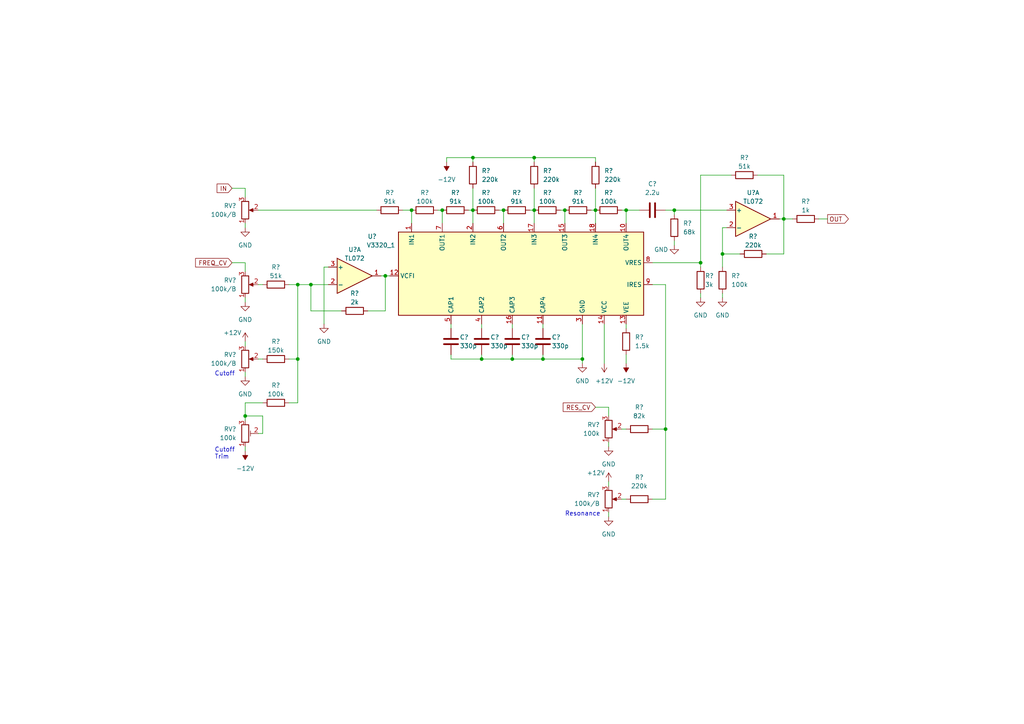
<source format=kicad_sch>
(kicad_sch (version 20211123) (generator eeschema)

  (uuid d881bdf2-1391-49ed-a27c-945d669cb988)

  (paper "A4")

  (title_block
    (title "3320LPF_Test2")
    (date "2022-10-03")
    (rev "Ver.1.0")
  )

  (lib_symbols
    (symbol "Amplifier_Operational:TL072" (pin_names (offset 0.127)) (in_bom yes) (on_board yes)
      (property "Reference" "U" (id 0) (at 0 5.08 0)
        (effects (font (size 1.27 1.27)) (justify left))
      )
      (property "Value" "TL072" (id 1) (at 0 -5.08 0)
        (effects (font (size 1.27 1.27)) (justify left))
      )
      (property "Footprint" "" (id 2) (at 0 0 0)
        (effects (font (size 1.27 1.27)) hide)
      )
      (property "Datasheet" "http://www.ti.com/lit/ds/symlink/tl071.pdf" (id 3) (at 0 0 0)
        (effects (font (size 1.27 1.27)) hide)
      )
      (property "ki_locked" "" (id 4) (at 0 0 0)
        (effects (font (size 1.27 1.27)))
      )
      (property "ki_keywords" "dual opamp" (id 5) (at 0 0 0)
        (effects (font (size 1.27 1.27)) hide)
      )
      (property "ki_description" "Dual Low-Noise JFET-Input Operational Amplifiers, DIP-8/SOIC-8" (id 6) (at 0 0 0)
        (effects (font (size 1.27 1.27)) hide)
      )
      (property "ki_fp_filters" "SOIC*3.9x4.9mm*P1.27mm* DIP*W7.62mm* TO*99* OnSemi*Micro8* TSSOP*3x3mm*P0.65mm* TSSOP*4.4x3mm*P0.65mm* MSOP*3x3mm*P0.65mm* SSOP*3.9x4.9mm*P0.635mm* LFCSP*2x2mm*P0.5mm* *SIP* SOIC*5.3x6.2mm*P1.27mm*" (id 7) (at 0 0 0)
        (effects (font (size 1.27 1.27)) hide)
      )
      (symbol "TL072_1_1"
        (polyline
          (pts
            (xy -5.08 5.08)
            (xy 5.08 0)
            (xy -5.08 -5.08)
            (xy -5.08 5.08)
          )
          (stroke (width 0.254) (type default) (color 0 0 0 0))
          (fill (type background))
        )
        (pin output line (at 7.62 0 180) (length 2.54)
          (name "~" (effects (font (size 1.27 1.27))))
          (number "1" (effects (font (size 1.27 1.27))))
        )
        (pin input line (at -7.62 -2.54 0) (length 2.54)
          (name "-" (effects (font (size 1.27 1.27))))
          (number "2" (effects (font (size 1.27 1.27))))
        )
        (pin input line (at -7.62 2.54 0) (length 2.54)
          (name "+" (effects (font (size 1.27 1.27))))
          (number "3" (effects (font (size 1.27 1.27))))
        )
      )
      (symbol "TL072_2_1"
        (polyline
          (pts
            (xy -5.08 5.08)
            (xy 5.08 0)
            (xy -5.08 -5.08)
            (xy -5.08 5.08)
          )
          (stroke (width 0.254) (type default) (color 0 0 0 0))
          (fill (type background))
        )
        (pin input line (at -7.62 2.54 0) (length 2.54)
          (name "+" (effects (font (size 1.27 1.27))))
          (number "5" (effects (font (size 1.27 1.27))))
        )
        (pin input line (at -7.62 -2.54 0) (length 2.54)
          (name "-" (effects (font (size 1.27 1.27))))
          (number "6" (effects (font (size 1.27 1.27))))
        )
        (pin output line (at 7.62 0 180) (length 2.54)
          (name "~" (effects (font (size 1.27 1.27))))
          (number "7" (effects (font (size 1.27 1.27))))
        )
      )
      (symbol "TL072_3_1"
        (pin power_in line (at -2.54 -7.62 90) (length 3.81)
          (name "V-" (effects (font (size 1.27 1.27))))
          (number "4" (effects (font (size 1.27 1.27))))
        )
        (pin power_in line (at -2.54 7.62 270) (length 3.81)
          (name "V+" (effects (font (size 1.27 1.27))))
          (number "8" (effects (font (size 1.27 1.27))))
        )
      )
    )
    (symbol "Device:C" (pin_numbers hide) (pin_names (offset 0.254)) (in_bom yes) (on_board yes)
      (property "Reference" "C" (id 0) (at 0.635 2.54 0)
        (effects (font (size 1.27 1.27)) (justify left))
      )
      (property "Value" "C" (id 1) (at 0.635 -2.54 0)
        (effects (font (size 1.27 1.27)) (justify left))
      )
      (property "Footprint" "" (id 2) (at 0.9652 -3.81 0)
        (effects (font (size 1.27 1.27)) hide)
      )
      (property "Datasheet" "~" (id 3) (at 0 0 0)
        (effects (font (size 1.27 1.27)) hide)
      )
      (property "ki_keywords" "cap capacitor" (id 4) (at 0 0 0)
        (effects (font (size 1.27 1.27)) hide)
      )
      (property "ki_description" "Unpolarized capacitor" (id 5) (at 0 0 0)
        (effects (font (size 1.27 1.27)) hide)
      )
      (property "ki_fp_filters" "C_*" (id 6) (at 0 0 0)
        (effects (font (size 1.27 1.27)) hide)
      )
      (symbol "C_0_1"
        (polyline
          (pts
            (xy -2.032 -0.762)
            (xy 2.032 -0.762)
          )
          (stroke (width 0.508) (type default) (color 0 0 0 0))
          (fill (type none))
        )
        (polyline
          (pts
            (xy -2.032 0.762)
            (xy 2.032 0.762)
          )
          (stroke (width 0.508) (type default) (color 0 0 0 0))
          (fill (type none))
        )
      )
      (symbol "C_1_1"
        (pin passive line (at 0 3.81 270) (length 2.794)
          (name "~" (effects (font (size 1.27 1.27))))
          (number "1" (effects (font (size 1.27 1.27))))
        )
        (pin passive line (at 0 -3.81 90) (length 2.794)
          (name "~" (effects (font (size 1.27 1.27))))
          (number "2" (effects (font (size 1.27 1.27))))
        )
      )
    )
    (symbol "Device:R" (pin_numbers hide) (pin_names (offset 0)) (in_bom yes) (on_board yes)
      (property "Reference" "R" (id 0) (at 2.032 0 90)
        (effects (font (size 1.27 1.27)))
      )
      (property "Value" "R" (id 1) (at 0 0 90)
        (effects (font (size 1.27 1.27)))
      )
      (property "Footprint" "" (id 2) (at -1.778 0 90)
        (effects (font (size 1.27 1.27)) hide)
      )
      (property "Datasheet" "~" (id 3) (at 0 0 0)
        (effects (font (size 1.27 1.27)) hide)
      )
      (property "ki_keywords" "R res resistor" (id 4) (at 0 0 0)
        (effects (font (size 1.27 1.27)) hide)
      )
      (property "ki_description" "Resistor" (id 5) (at 0 0 0)
        (effects (font (size 1.27 1.27)) hide)
      )
      (property "ki_fp_filters" "R_*" (id 6) (at 0 0 0)
        (effects (font (size 1.27 1.27)) hide)
      )
      (symbol "R_0_1"
        (rectangle (start -1.016 -2.54) (end 1.016 2.54)
          (stroke (width 0.254) (type default) (color 0 0 0 0))
          (fill (type none))
        )
      )
      (symbol "R_1_1"
        (pin passive line (at 0 3.81 270) (length 1.27)
          (name "~" (effects (font (size 1.27 1.27))))
          (number "1" (effects (font (size 1.27 1.27))))
        )
        (pin passive line (at 0 -3.81 90) (length 1.27)
          (name "~" (effects (font (size 1.27 1.27))))
          (number "2" (effects (font (size 1.27 1.27))))
        )
      )
    )
    (symbol "Device:R_Potentiometer" (pin_names (offset 1.016) hide) (in_bom yes) (on_board yes)
      (property "Reference" "RV" (id 0) (at -4.445 0 90)
        (effects (font (size 1.27 1.27)))
      )
      (property "Value" "R_Potentiometer" (id 1) (at -2.54 0 90)
        (effects (font (size 1.27 1.27)))
      )
      (property "Footprint" "" (id 2) (at 0 0 0)
        (effects (font (size 1.27 1.27)) hide)
      )
      (property "Datasheet" "~" (id 3) (at 0 0 0)
        (effects (font (size 1.27 1.27)) hide)
      )
      (property "ki_keywords" "resistor variable" (id 4) (at 0 0 0)
        (effects (font (size 1.27 1.27)) hide)
      )
      (property "ki_description" "Potentiometer" (id 5) (at 0 0 0)
        (effects (font (size 1.27 1.27)) hide)
      )
      (property "ki_fp_filters" "Potentiometer*" (id 6) (at 0 0 0)
        (effects (font (size 1.27 1.27)) hide)
      )
      (symbol "R_Potentiometer_0_1"
        (polyline
          (pts
            (xy 2.54 0)
            (xy 1.524 0)
          )
          (stroke (width 0) (type default) (color 0 0 0 0))
          (fill (type none))
        )
        (polyline
          (pts
            (xy 1.143 0)
            (xy 2.286 0.508)
            (xy 2.286 -0.508)
            (xy 1.143 0)
          )
          (stroke (width 0) (type default) (color 0 0 0 0))
          (fill (type outline))
        )
        (rectangle (start 1.016 2.54) (end -1.016 -2.54)
          (stroke (width 0.254) (type default) (color 0 0 0 0))
          (fill (type none))
        )
      )
      (symbol "R_Potentiometer_1_1"
        (pin passive line (at 0 3.81 270) (length 1.27)
          (name "1" (effects (font (size 1.27 1.27))))
          (number "1" (effects (font (size 1.27 1.27))))
        )
        (pin passive line (at 3.81 0 180) (length 1.27)
          (name "2" (effects (font (size 1.27 1.27))))
          (number "2" (effects (font (size 1.27 1.27))))
        )
        (pin passive line (at 0 -3.81 90) (length 1.27)
          (name "3" (effects (font (size 1.27 1.27))))
          (number "3" (effects (font (size 1.27 1.27))))
        )
      )
    )
    (symbol "Device:R_Potentiometer_Trim" (pin_names (offset 1.016) hide) (in_bom yes) (on_board yes)
      (property "Reference" "RV" (id 0) (at -4.445 0 90)
        (effects (font (size 1.27 1.27)))
      )
      (property "Value" "R_Potentiometer_Trim" (id 1) (at -2.54 0 90)
        (effects (font (size 1.27 1.27)))
      )
      (property "Footprint" "" (id 2) (at 0 0 0)
        (effects (font (size 1.27 1.27)) hide)
      )
      (property "Datasheet" "~" (id 3) (at 0 0 0)
        (effects (font (size 1.27 1.27)) hide)
      )
      (property "ki_keywords" "resistor variable trimpot trimmer" (id 4) (at 0 0 0)
        (effects (font (size 1.27 1.27)) hide)
      )
      (property "ki_description" "Trim-potentiometer" (id 5) (at 0 0 0)
        (effects (font (size 1.27 1.27)) hide)
      )
      (property "ki_fp_filters" "Potentiometer*" (id 6) (at 0 0 0)
        (effects (font (size 1.27 1.27)) hide)
      )
      (symbol "R_Potentiometer_Trim_0_1"
        (polyline
          (pts
            (xy 1.524 0.762)
            (xy 1.524 -0.762)
          )
          (stroke (width 0) (type default) (color 0 0 0 0))
          (fill (type none))
        )
        (polyline
          (pts
            (xy 2.54 0)
            (xy 1.524 0)
          )
          (stroke (width 0) (type default) (color 0 0 0 0))
          (fill (type none))
        )
        (rectangle (start 1.016 2.54) (end -1.016 -2.54)
          (stroke (width 0.254) (type default) (color 0 0 0 0))
          (fill (type none))
        )
      )
      (symbol "R_Potentiometer_Trim_1_1"
        (pin passive line (at 0 3.81 270) (length 1.27)
          (name "1" (effects (font (size 1.27 1.27))))
          (number "1" (effects (font (size 1.27 1.27))))
        )
        (pin passive line (at 3.81 0 180) (length 1.27)
          (name "2" (effects (font (size 1.27 1.27))))
          (number "2" (effects (font (size 1.27 1.27))))
        )
        (pin passive line (at 0 -3.81 90) (length 1.27)
          (name "3" (effects (font (size 1.27 1.27))))
          (number "3" (effects (font (size 1.27 1.27))))
        )
      )
    )
    (symbol "My_Device:V3320_1" (in_bom yes) (on_board yes)
      (property "Reference" "U" (id 0) (at -3.81 -1.27 0)
        (effects (font (size 1.27 1.27)))
      )
      (property "Value" "V3320_1" (id 1) (at 3.81 -26.67 0)
        (effects (font (size 1.27 1.27)))
      )
      (property "Footprint" "Package_DIP:DIP-18_W7.62mm" (id 2) (at 16.51 -36.83 0)
        (effects (font (size 1.27 1.27)) hide)
      )
      (property "Datasheet" "" (id 3) (at 34.29 -34.29 0)
        (effects (font (size 1.27 1.27)) hide)
      )
      (property "ki_keywords" "VCF CEM3320 ALFA" (id 4) (at 0 0 0)
        (effects (font (size 1.27 1.27)) hide)
      )
      (property "ki_description" "Voltage Controlled Filter (VCF), DIP-18" (id 5) (at 0 0 0)
        (effects (font (size 1.27 1.27)) hide)
      )
      (property "ki_fp_filters" "DIP*W7.62mm*" (id 6) (at 0 0 0)
        (effects (font (size 1.27 1.27)) hide)
      )
      (symbol "V3320_1_0_1"
        (rectangle (start 0 0) (end 71.12 -24.13)
          (stroke (width 0.254) (type default) (color 0 0 0 0))
          (fill (type background))
        )
      )
      (symbol "V3320_1_1_1"
        (pin input line (at 3.81 2.54 270) (length 2.54)
          (name "IN1" (effects (font (size 1.27 1.27))))
          (number "1" (effects (font (size 1.27 1.27))))
        )
        (pin output line (at 66.04 2.54 270) (length 2.54)
          (name "OUT4" (effects (font (size 1.27 1.27))))
          (number "10" (effects (font (size 1.27 1.27))))
        )
        (pin passive line (at 41.91 -26.67 90) (length 2.54)
          (name "CAP4" (effects (font (size 1.27 1.27))))
          (number "11" (effects (font (size 1.27 1.27))))
        )
        (pin input line (at -2.54 -12.7 0) (length 2.54)
          (name "VCFI" (effects (font (size 1.27 1.27))))
          (number "12" (effects (font (size 1.27 1.27))))
        )
        (pin power_in line (at 66.04 -26.67 90) (length 2.54)
          (name "VEE" (effects (font (size 1.27 1.27))))
          (number "13" (effects (font (size 1.27 1.27))))
        )
        (pin power_in line (at 59.69 -26.67 90) (length 2.54)
          (name "VCC" (effects (font (size 1.27 1.27))))
          (number "14" (effects (font (size 1.27 1.27))))
        )
        (pin output line (at 48.26 2.54 270) (length 2.54)
          (name "OUT3" (effects (font (size 1.27 1.27))))
          (number "15" (effects (font (size 1.27 1.27))))
        )
        (pin passive line (at 33.02 -26.67 90) (length 2.54)
          (name "CAP3" (effects (font (size 1.27 1.27))))
          (number "16" (effects (font (size 1.27 1.27))))
        )
        (pin input line (at 39.37 2.54 270) (length 2.54)
          (name "IN3" (effects (font (size 1.27 1.27))))
          (number "17" (effects (font (size 1.27 1.27))))
        )
        (pin input line (at 57.15 2.54 270) (length 2.54)
          (name "IN4" (effects (font (size 1.27 1.27))))
          (number "18" (effects (font (size 1.27 1.27))))
        )
        (pin input line (at 21.59 2.54 270) (length 2.54)
          (name "IN2" (effects (font (size 1.27 1.27))))
          (number "2" (effects (font (size 1.27 1.27))))
        )
        (pin power_in line (at 53.34 -26.67 90) (length 2.54)
          (name "GND" (effects (font (size 1.27 1.27))))
          (number "3" (effects (font (size 1.27 1.27))))
        )
        (pin passive line (at 24.13 -26.67 90) (length 2.54)
          (name "CAP2" (effects (font (size 1.27 1.27))))
          (number "4" (effects (font (size 1.27 1.27))))
        )
        (pin passive line (at 15.24 -26.67 90) (length 2.54)
          (name "CAP1" (effects (font (size 1.27 1.27))))
          (number "5" (effects (font (size 1.27 1.27))))
        )
        (pin output line (at 30.48 2.54 270) (length 2.54)
          (name "OUT2" (effects (font (size 1.27 1.27))))
          (number "6" (effects (font (size 1.27 1.27))))
        )
        (pin output line (at 12.7 2.54 270) (length 2.54)
          (name "OUT1" (effects (font (size 1.27 1.27))))
          (number "7" (effects (font (size 1.27 1.27))))
        )
        (pin input line (at 73.66 -8.89 180) (length 2.54)
          (name "VRES" (effects (font (size 1.27 1.27))))
          (number "8" (effects (font (size 1.27 1.27))))
        )
        (pin input line (at 73.66 -15.24 180) (length 2.54)
          (name "IRES" (effects (font (size 1.27 1.27))))
          (number "9" (effects (font (size 1.27 1.27))))
        )
      )
    )
    (symbol "power:+12V" (power) (pin_names (offset 0)) (in_bom yes) (on_board yes)
      (property "Reference" "#PWR" (id 0) (at 0 -3.81 0)
        (effects (font (size 1.27 1.27)) hide)
      )
      (property "Value" "+12V" (id 1) (at 0 3.556 0)
        (effects (font (size 1.27 1.27)))
      )
      (property "Footprint" "" (id 2) (at 0 0 0)
        (effects (font (size 1.27 1.27)) hide)
      )
      (property "Datasheet" "" (id 3) (at 0 0 0)
        (effects (font (size 1.27 1.27)) hide)
      )
      (property "ki_keywords" "power-flag" (id 4) (at 0 0 0)
        (effects (font (size 1.27 1.27)) hide)
      )
      (property "ki_description" "Power symbol creates a global label with name \"+12V\"" (id 5) (at 0 0 0)
        (effects (font (size 1.27 1.27)) hide)
      )
      (symbol "+12V_0_1"
        (polyline
          (pts
            (xy -0.762 1.27)
            (xy 0 2.54)
          )
          (stroke (width 0) (type default) (color 0 0 0 0))
          (fill (type none))
        )
        (polyline
          (pts
            (xy 0 0)
            (xy 0 2.54)
          )
          (stroke (width 0) (type default) (color 0 0 0 0))
          (fill (type none))
        )
        (polyline
          (pts
            (xy 0 2.54)
            (xy 0.762 1.27)
          )
          (stroke (width 0) (type default) (color 0 0 0 0))
          (fill (type none))
        )
      )
      (symbol "+12V_1_1"
        (pin power_in line (at 0 0 90) (length 0) hide
          (name "+12V" (effects (font (size 1.27 1.27))))
          (number "1" (effects (font (size 1.27 1.27))))
        )
      )
    )
    (symbol "power:-12V" (power) (pin_names (offset 0)) (in_bom yes) (on_board yes)
      (property "Reference" "#PWR" (id 0) (at 0 2.54 0)
        (effects (font (size 1.27 1.27)) hide)
      )
      (property "Value" "-12V" (id 1) (at 0 3.81 0)
        (effects (font (size 1.27 1.27)))
      )
      (property "Footprint" "" (id 2) (at 0 0 0)
        (effects (font (size 1.27 1.27)) hide)
      )
      (property "Datasheet" "" (id 3) (at 0 0 0)
        (effects (font (size 1.27 1.27)) hide)
      )
      (property "ki_keywords" "power-flag" (id 4) (at 0 0 0)
        (effects (font (size 1.27 1.27)) hide)
      )
      (property "ki_description" "Power symbol creates a global label with name \"-12V\"" (id 5) (at 0 0 0)
        (effects (font (size 1.27 1.27)) hide)
      )
      (symbol "-12V_0_0"
        (pin power_in line (at 0 0 90) (length 0) hide
          (name "-12V" (effects (font (size 1.27 1.27))))
          (number "1" (effects (font (size 1.27 1.27))))
        )
      )
      (symbol "-12V_0_1"
        (polyline
          (pts
            (xy 0 0)
            (xy 0 1.27)
            (xy 0.762 1.27)
            (xy 0 2.54)
            (xy -0.762 1.27)
            (xy 0 1.27)
          )
          (stroke (width 0) (type default) (color 0 0 0 0))
          (fill (type outline))
        )
      )
    )
    (symbol "power:GND" (power) (pin_names (offset 0)) (in_bom yes) (on_board yes)
      (property "Reference" "#PWR" (id 0) (at 0 -6.35 0)
        (effects (font (size 1.27 1.27)) hide)
      )
      (property "Value" "GND" (id 1) (at 0 -3.81 0)
        (effects (font (size 1.27 1.27)))
      )
      (property "Footprint" "" (id 2) (at 0 0 0)
        (effects (font (size 1.27 1.27)) hide)
      )
      (property "Datasheet" "" (id 3) (at 0 0 0)
        (effects (font (size 1.27 1.27)) hide)
      )
      (property "ki_keywords" "power-flag" (id 4) (at 0 0 0)
        (effects (font (size 1.27 1.27)) hide)
      )
      (property "ki_description" "Power symbol creates a global label with name \"GND\" , ground" (id 5) (at 0 0 0)
        (effects (font (size 1.27 1.27)) hide)
      )
      (symbol "GND_0_1"
        (polyline
          (pts
            (xy 0 0)
            (xy 0 -1.27)
            (xy 1.27 -1.27)
            (xy 0 -2.54)
            (xy -1.27 -1.27)
            (xy 0 -1.27)
          )
          (stroke (width 0) (type default) (color 0 0 0 0))
          (fill (type none))
        )
      )
      (symbol "GND_1_1"
        (pin power_in line (at 0 0 270) (length 0) hide
          (name "GND" (effects (font (size 1.27 1.27))))
          (number "1" (effects (font (size 1.27 1.27))))
        )
      )
    )
  )

  (junction (at 227.33 63.5) (diameter 0) (color 0 0 0 0)
    (uuid 01ec9174-bf79-4400-ac30-6f3c77cdaa84)
  )
  (junction (at 148.59 104.14) (diameter 0) (color 0 0 0 0)
    (uuid 0b31177c-834a-402a-9411-5388984c6471)
  )
  (junction (at 111.76 80.01) (diameter 0) (color 0 0 0 0)
    (uuid 0e971669-7092-4093-af8e-51c397fa7065)
  )
  (junction (at 90.17 82.55) (diameter 0) (color 0 0 0 0)
    (uuid 13471562-604a-4198-95ee-9350781c6921)
  )
  (junction (at 168.91 104.14) (diameter 0) (color 0 0 0 0)
    (uuid 144191c5-a673-4923-8c66-ebadd43b01e4)
  )
  (junction (at 71.12 120.65) (diameter 0) (color 0 0 0 0)
    (uuid 1f30fa16-d38b-4a7f-aa46-badcf0090e6b)
  )
  (junction (at 86.36 104.14) (diameter 0) (color 0 0 0 0)
    (uuid 37e0e6d1-4f48-4f8b-9eb0-59bde94691c8)
  )
  (junction (at 195.58 60.96) (diameter 0) (color 0 0 0 0)
    (uuid 3d941ad8-1362-43f9-9ab8-05e18b7a13ea)
  )
  (junction (at 163.83 60.96) (diameter 0) (color 0 0 0 0)
    (uuid 588f2737-af6e-4417-98f6-c8f07929e6a0)
  )
  (junction (at 137.16 60.96) (diameter 0) (color 0 0 0 0)
    (uuid 5ac9f234-5cc0-413f-82a7-3b0c72830802)
  )
  (junction (at 137.16 45.72) (diameter 0) (color 0 0 0 0)
    (uuid 7745288b-6507-46ee-857f-4aacbc520d7b)
  )
  (junction (at 193.04 124.46) (diameter 0) (color 0 0 0 0)
    (uuid 7a1eeb93-a852-481a-b941-bd1c28842b62)
  )
  (junction (at 181.61 60.96) (diameter 0) (color 0 0 0 0)
    (uuid 7e5a9028-82ad-4105-b676-fbbd13442d99)
  )
  (junction (at 154.94 60.96) (diameter 0) (color 0 0 0 0)
    (uuid 9e29b9ec-5182-4865-8881-d7b2df0dabeb)
  )
  (junction (at 172.72 60.96) (diameter 0) (color 0 0 0 0)
    (uuid 9f5913d5-9725-4375-ac8d-3b2f948d8472)
  )
  (junction (at 139.7 104.14) (diameter 0) (color 0 0 0 0)
    (uuid acb086a3-a113-450b-8a09-9fe8fa3de94c)
  )
  (junction (at 203.2 76.2) (diameter 0) (color 0 0 0 0)
    (uuid af422292-3efc-464f-9cf6-24c551e5e52a)
  )
  (junction (at 154.94 45.72) (diameter 0) (color 0 0 0 0)
    (uuid c58f8683-6dd3-4ebf-8b45-1beaf34bfd02)
  )
  (junction (at 128.27 60.96) (diameter 0) (color 0 0 0 0)
    (uuid c668beb5-9905-4d35-bda4-93c95229dad5)
  )
  (junction (at 157.48 104.14) (diameter 0) (color 0 0 0 0)
    (uuid d23eaa37-2a63-47cf-a412-d3f79929c9b4)
  )
  (junction (at 119.38 60.96) (diameter 0) (color 0 0 0 0)
    (uuid d82a9a22-cb0e-4807-ac51-faa74e87b212)
  )
  (junction (at 86.36 82.55) (diameter 0) (color 0 0 0 0)
    (uuid e50b5bba-fe0b-4d7f-8e29-335f964b84e7)
  )
  (junction (at 209.55 73.66) (diameter 0) (color 0 0 0 0)
    (uuid eb1a290e-4b97-4be2-8c12-37d0d5a0e6c9)
  )
  (junction (at 146.05 60.96) (diameter 0) (color 0 0 0 0)
    (uuid f1d55bc7-2d29-45bc-9271-917957b093a2)
  )

  (wire (pts (xy 157.48 93.98) (xy 157.48 95.25))
    (stroke (width 0) (type default) (color 0 0 0 0))
    (uuid 03473ce5-1e48-4a84-9e16-cae275c89a08)
  )
  (wire (pts (xy 237.49 63.5) (xy 240.03 63.5))
    (stroke (width 0) (type default) (color 0 0 0 0))
    (uuid 03cbd719-2a4f-4ef5-af9e-f67a809e8cbc)
  )
  (wire (pts (xy 71.12 54.61) (xy 71.12 57.15))
    (stroke (width 0) (type default) (color 0 0 0 0))
    (uuid 0566ea4e-8f75-47bc-b59d-0a6744659b64)
  )
  (wire (pts (xy 203.2 85.09) (xy 203.2 86.36))
    (stroke (width 0) (type default) (color 0 0 0 0))
    (uuid 0ee954c6-6b3e-42ef-a16a-ea0959614258)
  )
  (wire (pts (xy 90.17 82.55) (xy 95.25 82.55))
    (stroke (width 0) (type default) (color 0 0 0 0))
    (uuid 0f6181a0-23a3-4e4e-a4cb-d90ff7fe3941)
  )
  (wire (pts (xy 227.33 73.66) (xy 227.33 63.5))
    (stroke (width 0) (type default) (color 0 0 0 0))
    (uuid 115ea65c-5051-40b6-bc79-366f8bd524b8)
  )
  (wire (pts (xy 71.12 99.06) (xy 71.12 100.33))
    (stroke (width 0) (type default) (color 0 0 0 0))
    (uuid 13caccb2-2e38-4a3c-b0da-ed0616443915)
  )
  (wire (pts (xy 195.58 60.96) (xy 195.58 62.23))
    (stroke (width 0) (type default) (color 0 0 0 0))
    (uuid 1512a5f7-4060-4883-8cd3-e9fc2e59dbb2)
  )
  (wire (pts (xy 93.98 77.47) (xy 93.98 93.98))
    (stroke (width 0) (type default) (color 0 0 0 0))
    (uuid 1636b2e7-6cff-4ff8-8cb6-c14321ed4c13)
  )
  (wire (pts (xy 106.68 90.17) (xy 111.76 90.17))
    (stroke (width 0) (type default) (color 0 0 0 0))
    (uuid 1a126593-835b-4f13-9115-422f7fb49c84)
  )
  (wire (pts (xy 137.16 60.96) (xy 137.16 64.77))
    (stroke (width 0) (type default) (color 0 0 0 0))
    (uuid 1a12a813-bf7e-444d-a4a6-6a2b443a6efd)
  )
  (wire (pts (xy 74.93 104.14) (xy 76.2 104.14))
    (stroke (width 0) (type default) (color 0 0 0 0))
    (uuid 1a849c25-9c8e-4e51-8cf8-10181bcfbf49)
  )
  (wire (pts (xy 90.17 82.55) (xy 90.17 90.17))
    (stroke (width 0) (type default) (color 0 0 0 0))
    (uuid 1e3e4daa-340f-4f53-aadb-6cf0ff3b6c78)
  )
  (wire (pts (xy 181.61 93.98) (xy 181.61 95.25))
    (stroke (width 0) (type default) (color 0 0 0 0))
    (uuid 1eec6d48-7401-4ed3-9741-0cb4b9037306)
  )
  (wire (pts (xy 154.94 45.72) (xy 154.94 46.99))
    (stroke (width 0) (type default) (color 0 0 0 0))
    (uuid 23722e3c-f741-488f-93fd-789744d7816c)
  )
  (wire (pts (xy 154.94 54.61) (xy 154.94 60.96))
    (stroke (width 0) (type default) (color 0 0 0 0))
    (uuid 26360991-26e9-47c5-92b1-0e614011ca75)
  )
  (wire (pts (xy 180.34 124.46) (xy 181.61 124.46))
    (stroke (width 0) (type default) (color 0 0 0 0))
    (uuid 26763e60-f8ca-4815-8620-97d974ce867d)
  )
  (wire (pts (xy 146.05 60.96) (xy 146.05 64.77))
    (stroke (width 0) (type default) (color 0 0 0 0))
    (uuid 26d3f042-b0d0-4dda-8133-38af91f29e61)
  )
  (wire (pts (xy 129.54 45.72) (xy 137.16 45.72))
    (stroke (width 0) (type default) (color 0 0 0 0))
    (uuid 2c8b5f66-159d-422d-be07-7359c7cd479b)
  )
  (wire (pts (xy 219.71 50.8) (xy 227.33 50.8))
    (stroke (width 0) (type default) (color 0 0 0 0))
    (uuid 2fb20b39-c624-436c-8a9f-639daa2ca19f)
  )
  (wire (pts (xy 203.2 76.2) (xy 203.2 77.47))
    (stroke (width 0) (type default) (color 0 0 0 0))
    (uuid 30891bc0-a247-4295-81dc-6b532b197440)
  )
  (wire (pts (xy 71.12 64.77) (xy 71.12 66.04))
    (stroke (width 0) (type default) (color 0 0 0 0))
    (uuid 3097b260-a302-4a22-b030-9f658e32ebe9)
  )
  (wire (pts (xy 67.31 54.61) (xy 71.12 54.61))
    (stroke (width 0) (type default) (color 0 0 0 0))
    (uuid 33fb526d-12ad-46cb-a22c-b195c5d21c21)
  )
  (wire (pts (xy 176.53 128.27) (xy 176.53 129.54))
    (stroke (width 0) (type default) (color 0 0 0 0))
    (uuid 353f3a48-a98c-406a-8fe7-9a592b427965)
  )
  (wire (pts (xy 139.7 102.87) (xy 139.7 104.14))
    (stroke (width 0) (type default) (color 0 0 0 0))
    (uuid 37042fd6-4628-4ab0-ae23-d01239216011)
  )
  (wire (pts (xy 157.48 102.87) (xy 157.48 104.14))
    (stroke (width 0) (type default) (color 0 0 0 0))
    (uuid 38f76aeb-c4e5-45a5-86b4-b8c806565cd3)
  )
  (wire (pts (xy 111.76 80.01) (xy 113.03 80.01))
    (stroke (width 0) (type default) (color 0 0 0 0))
    (uuid 3d02cb9c-0e71-4ee5-8ea0-f00a37229fd5)
  )
  (wire (pts (xy 83.82 116.84) (xy 86.36 116.84))
    (stroke (width 0) (type default) (color 0 0 0 0))
    (uuid 3db9d1ce-62f6-4d87-912f-1014c2ed5614)
  )
  (wire (pts (xy 203.2 76.2) (xy 203.2 50.8))
    (stroke (width 0) (type default) (color 0 0 0 0))
    (uuid 3f84c3cb-ccaf-467d-b109-5a711f181b23)
  )
  (wire (pts (xy 148.59 102.87) (xy 148.59 104.14))
    (stroke (width 0) (type default) (color 0 0 0 0))
    (uuid 41088738-4df6-4799-a4aa-9d6c6f5f20e9)
  )
  (wire (pts (xy 209.55 73.66) (xy 214.63 73.66))
    (stroke (width 0) (type default) (color 0 0 0 0))
    (uuid 42adac5b-74b3-440a-8304-9d80329bd9b7)
  )
  (wire (pts (xy 195.58 60.96) (xy 210.82 60.96))
    (stroke (width 0) (type default) (color 0 0 0 0))
    (uuid 430e35c6-dc4f-4a30-8190-a8a54cec63cf)
  )
  (wire (pts (xy 210.82 66.04) (xy 209.55 66.04))
    (stroke (width 0) (type default) (color 0 0 0 0))
    (uuid 467a271f-9775-41c4-8468-8ff1a383dc3a)
  )
  (wire (pts (xy 116.84 60.96) (xy 119.38 60.96))
    (stroke (width 0) (type default) (color 0 0 0 0))
    (uuid 469ae350-880c-43fa-8bf6-459824f08148)
  )
  (wire (pts (xy 189.23 76.2) (xy 203.2 76.2))
    (stroke (width 0) (type default) (color 0 0 0 0))
    (uuid 473670c1-ea87-4a16-83ac-c24cffa076e2)
  )
  (wire (pts (xy 128.27 60.96) (xy 128.27 64.77))
    (stroke (width 0) (type default) (color 0 0 0 0))
    (uuid 476c905c-68da-47f2-b2ae-3362097b8f6f)
  )
  (wire (pts (xy 148.59 93.98) (xy 148.59 95.25))
    (stroke (width 0) (type default) (color 0 0 0 0))
    (uuid 4b8ad98c-b0fc-434c-8fba-90149a988d66)
  )
  (wire (pts (xy 71.12 129.54) (xy 71.12 130.81))
    (stroke (width 0) (type default) (color 0 0 0 0))
    (uuid 4c6c1ee9-2e65-4192-a6aa-a19cefd68059)
  )
  (wire (pts (xy 139.7 93.98) (xy 139.7 95.25))
    (stroke (width 0) (type default) (color 0 0 0 0))
    (uuid 50a13711-5044-490a-8094-a6c0e93d6547)
  )
  (wire (pts (xy 180.34 60.96) (xy 181.61 60.96))
    (stroke (width 0) (type default) (color 0 0 0 0))
    (uuid 53185fcc-71ef-48ba-b9b1-dc09df3e4b21)
  )
  (wire (pts (xy 181.61 102.87) (xy 181.61 105.41))
    (stroke (width 0) (type default) (color 0 0 0 0))
    (uuid 542d80e7-1076-4411-86df-5097f68d3b89)
  )
  (wire (pts (xy 222.25 73.66) (xy 227.33 73.66))
    (stroke (width 0) (type default) (color 0 0 0 0))
    (uuid 55dada60-7525-477a-9a4d-35abf53b6bff)
  )
  (wire (pts (xy 193.04 144.78) (xy 189.23 144.78))
    (stroke (width 0) (type default) (color 0 0 0 0))
    (uuid 5c75faef-04d5-4429-8944-ee8b1589e099)
  )
  (wire (pts (xy 95.25 77.47) (xy 93.98 77.47))
    (stroke (width 0) (type default) (color 0 0 0 0))
    (uuid 5c84edf2-4627-4f6e-8cab-83374e8db991)
  )
  (wire (pts (xy 130.81 102.87) (xy 130.81 104.14))
    (stroke (width 0) (type default) (color 0 0 0 0))
    (uuid 6146045b-750c-4b3a-a68d-422d2256ef1a)
  )
  (wire (pts (xy 137.16 46.99) (xy 137.16 45.72))
    (stroke (width 0) (type default) (color 0 0 0 0))
    (uuid 617c1400-9339-423b-b380-d1199f0d105b)
  )
  (wire (pts (xy 76.2 125.73) (xy 76.2 120.65))
    (stroke (width 0) (type default) (color 0 0 0 0))
    (uuid 66ff06a8-c729-46db-8005-d6d9116efa3d)
  )
  (wire (pts (xy 193.04 60.96) (xy 195.58 60.96))
    (stroke (width 0) (type default) (color 0 0 0 0))
    (uuid 6783ea61-fe32-43f7-881b-94504f770cb1)
  )
  (wire (pts (xy 172.72 60.96) (xy 172.72 64.77))
    (stroke (width 0) (type default) (color 0 0 0 0))
    (uuid 69b7ff57-d632-4729-becc-a19ad57f1704)
  )
  (wire (pts (xy 129.54 46.99) (xy 129.54 45.72))
    (stroke (width 0) (type default) (color 0 0 0 0))
    (uuid 6c6053c9-b0b9-4089-a192-16c11216c978)
  )
  (wire (pts (xy 157.48 104.14) (xy 168.91 104.14))
    (stroke (width 0) (type default) (color 0 0 0 0))
    (uuid 6d132c21-95d1-4211-80b2-27b15d2852f4)
  )
  (wire (pts (xy 148.59 104.14) (xy 157.48 104.14))
    (stroke (width 0) (type default) (color 0 0 0 0))
    (uuid 6f39cea3-5d55-4452-86f7-ff0ede6b16a6)
  )
  (wire (pts (xy 83.82 82.55) (xy 86.36 82.55))
    (stroke (width 0) (type default) (color 0 0 0 0))
    (uuid 72aadd35-589a-43ba-a33b-1bee52649a8b)
  )
  (wire (pts (xy 168.91 104.14) (xy 168.91 105.41))
    (stroke (width 0) (type default) (color 0 0 0 0))
    (uuid 7e819b1e-d5d2-4270-b7eb-5ed36220e6da)
  )
  (wire (pts (xy 189.23 82.55) (xy 193.04 82.55))
    (stroke (width 0) (type default) (color 0 0 0 0))
    (uuid 801742ec-2191-456d-a0a9-ff981a1b3731)
  )
  (wire (pts (xy 135.89 60.96) (xy 137.16 60.96))
    (stroke (width 0) (type default) (color 0 0 0 0))
    (uuid 86c61b43-01e9-43b0-9952-579ff6f377a7)
  )
  (wire (pts (xy 137.16 45.72) (xy 154.94 45.72))
    (stroke (width 0) (type default) (color 0 0 0 0))
    (uuid 883381cd-bd48-4123-aedf-789929ae781e)
  )
  (wire (pts (xy 130.81 104.14) (xy 139.7 104.14))
    (stroke (width 0) (type default) (color 0 0 0 0))
    (uuid 8b100a40-c40d-4850-a1ab-fc31992d454a)
  )
  (wire (pts (xy 83.82 104.14) (xy 86.36 104.14))
    (stroke (width 0) (type default) (color 0 0 0 0))
    (uuid 8d869d35-82ac-47b0-993d-833acd5b3baa)
  )
  (wire (pts (xy 209.55 85.09) (xy 209.55 86.36))
    (stroke (width 0) (type default) (color 0 0 0 0))
    (uuid 8db3c2c5-d5fc-4fb1-94e3-289f11a3508a)
  )
  (wire (pts (xy 209.55 66.04) (xy 209.55 73.66))
    (stroke (width 0) (type default) (color 0 0 0 0))
    (uuid 91d69ad0-c846-4ca6-8432-93bc441e49a2)
  )
  (wire (pts (xy 195.58 69.85) (xy 195.58 71.12))
    (stroke (width 0) (type default) (color 0 0 0 0))
    (uuid 93443c5b-63b9-45e6-875a-6492b013c07c)
  )
  (wire (pts (xy 137.16 54.61) (xy 137.16 60.96))
    (stroke (width 0) (type default) (color 0 0 0 0))
    (uuid 9452471a-7a1b-4d83-928d-b1302d6f4614)
  )
  (wire (pts (xy 181.61 60.96) (xy 185.42 60.96))
    (stroke (width 0) (type default) (color 0 0 0 0))
    (uuid 94b8d91e-9401-4363-b866-9ad8bc2fb812)
  )
  (wire (pts (xy 74.93 60.96) (xy 109.22 60.96))
    (stroke (width 0) (type default) (color 0 0 0 0))
    (uuid 9aa572b8-0c7d-416e-88ef-1adaa124705b)
  )
  (wire (pts (xy 172.72 54.61) (xy 172.72 60.96))
    (stroke (width 0) (type default) (color 0 0 0 0))
    (uuid 9e290468-a4c2-4873-b402-0fab78bc7497)
  )
  (wire (pts (xy 76.2 116.84) (xy 71.12 116.84))
    (stroke (width 0) (type default) (color 0 0 0 0))
    (uuid a06efefc-8916-41fd-8df6-ad1f430900ce)
  )
  (wire (pts (xy 111.76 90.17) (xy 111.76 80.01))
    (stroke (width 0) (type default) (color 0 0 0 0))
    (uuid a8d9a972-71e6-47b2-a259-b91b24ad3ac1)
  )
  (wire (pts (xy 86.36 82.55) (xy 90.17 82.55))
    (stroke (width 0) (type default) (color 0 0 0 0))
    (uuid a9f705aa-287c-4f43-8820-758aeef9375f)
  )
  (wire (pts (xy 139.7 104.14) (xy 148.59 104.14))
    (stroke (width 0) (type default) (color 0 0 0 0))
    (uuid ab27ce96-354e-49e3-b8a3-4197eef4b4be)
  )
  (wire (pts (xy 154.94 60.96) (xy 154.94 64.77))
    (stroke (width 0) (type default) (color 0 0 0 0))
    (uuid ac710a96-9ab8-4ce3-90be-f8746b6cb1b9)
  )
  (wire (pts (xy 180.34 144.78) (xy 181.61 144.78))
    (stroke (width 0) (type default) (color 0 0 0 0))
    (uuid ae6679d3-e07a-4765-a5b4-c7d2a57117d8)
  )
  (wire (pts (xy 127 60.96) (xy 128.27 60.96))
    (stroke (width 0) (type default) (color 0 0 0 0))
    (uuid ae8267f4-d969-4eec-9ae0-f5f340e893f1)
  )
  (wire (pts (xy 227.33 63.5) (xy 229.87 63.5))
    (stroke (width 0) (type default) (color 0 0 0 0))
    (uuid b167e084-1a4f-469c-a8d6-3cf0f0dd1cca)
  )
  (wire (pts (xy 172.72 118.11) (xy 176.53 118.11))
    (stroke (width 0) (type default) (color 0 0 0 0))
    (uuid b1931e39-88a5-47c9-bdca-69d4a6f5ec40)
  )
  (wire (pts (xy 209.55 73.66) (xy 209.55 77.47))
    (stroke (width 0) (type default) (color 0 0 0 0))
    (uuid b1de46ad-9a77-4798-852e-6a1327eeeff0)
  )
  (wire (pts (xy 153.67 60.96) (xy 154.94 60.96))
    (stroke (width 0) (type default) (color 0 0 0 0))
    (uuid b610ac77-5340-4774-96d5-3e8aedebf3ee)
  )
  (wire (pts (xy 189.23 124.46) (xy 193.04 124.46))
    (stroke (width 0) (type default) (color 0 0 0 0))
    (uuid b85a9878-13aa-4d5b-bcc3-ee07d7e4d1bf)
  )
  (wire (pts (xy 176.53 139.7) (xy 176.53 140.97))
    (stroke (width 0) (type default) (color 0 0 0 0))
    (uuid b97834a2-d4ad-4ade-b948-1a9448bf5869)
  )
  (wire (pts (xy 172.72 45.72) (xy 172.72 46.99))
    (stroke (width 0) (type default) (color 0 0 0 0))
    (uuid b97b7a77-f9b6-449d-9554-a0fe25af55ac)
  )
  (wire (pts (xy 71.12 76.2) (xy 71.12 78.74))
    (stroke (width 0) (type default) (color 0 0 0 0))
    (uuid bc5a41ba-b30b-4b8b-9577-b67344f1e064)
  )
  (wire (pts (xy 171.45 60.96) (xy 172.72 60.96))
    (stroke (width 0) (type default) (color 0 0 0 0))
    (uuid c239c0e4-f799-4196-9fa6-ecb264c38883)
  )
  (wire (pts (xy 175.26 93.98) (xy 175.26 105.41))
    (stroke (width 0) (type default) (color 0 0 0 0))
    (uuid c2b5dccd-f057-4d35-9edf-96169756c837)
  )
  (wire (pts (xy 71.12 120.65) (xy 71.12 121.92))
    (stroke (width 0) (type default) (color 0 0 0 0))
    (uuid c7201678-9395-4d6c-b049-6f6cd1d48451)
  )
  (wire (pts (xy 71.12 107.95) (xy 71.12 109.22))
    (stroke (width 0) (type default) (color 0 0 0 0))
    (uuid ccb9a489-70b9-4e99-9897-aa30e3ace1c7)
  )
  (wire (pts (xy 193.04 124.46) (xy 193.04 144.78))
    (stroke (width 0) (type default) (color 0 0 0 0))
    (uuid d1f771fd-9b14-4088-9bb6-1523069e6ec9)
  )
  (wire (pts (xy 74.93 125.73) (xy 76.2 125.73))
    (stroke (width 0) (type default) (color 0 0 0 0))
    (uuid d31855fe-da7d-4f6d-8999-2e2058bc973d)
  )
  (wire (pts (xy 86.36 82.55) (xy 86.36 104.14))
    (stroke (width 0) (type default) (color 0 0 0 0))
    (uuid d5cfc780-16a1-46a8-b1c9-6727b7e28307)
  )
  (wire (pts (xy 71.12 120.65) (xy 76.2 120.65))
    (stroke (width 0) (type default) (color 0 0 0 0))
    (uuid de3d712d-3303-4193-9915-b08197514d22)
  )
  (wire (pts (xy 193.04 82.55) (xy 193.04 124.46))
    (stroke (width 0) (type default) (color 0 0 0 0))
    (uuid dfa15fd7-21e2-4c26-8491-cd7b57d4d0ed)
  )
  (wire (pts (xy 227.33 50.8) (xy 227.33 63.5))
    (stroke (width 0) (type default) (color 0 0 0 0))
    (uuid e12699b7-8cf2-498e-ba87-5733617ba158)
  )
  (wire (pts (xy 71.12 116.84) (xy 71.12 120.65))
    (stroke (width 0) (type default) (color 0 0 0 0))
    (uuid e1afd4e0-6550-4275-9bf9-f462f82511e5)
  )
  (wire (pts (xy 226.06 63.5) (xy 227.33 63.5))
    (stroke (width 0) (type default) (color 0 0 0 0))
    (uuid e27069f9-06e2-4935-8ba6-e3072010c752)
  )
  (wire (pts (xy 130.81 93.98) (xy 130.81 95.25))
    (stroke (width 0) (type default) (color 0 0 0 0))
    (uuid e2bec55c-1e7e-4bd3-a77e-c1bcba605ee6)
  )
  (wire (pts (xy 119.38 60.96) (xy 119.38 64.77))
    (stroke (width 0) (type default) (color 0 0 0 0))
    (uuid e2fb4c74-0562-4f97-b9e0-ba15ee92c1f1)
  )
  (wire (pts (xy 154.94 45.72) (xy 172.72 45.72))
    (stroke (width 0) (type default) (color 0 0 0 0))
    (uuid e48c35ff-cbfb-46d5-919d-36f78c7e8f43)
  )
  (wire (pts (xy 203.2 50.8) (xy 212.09 50.8))
    (stroke (width 0) (type default) (color 0 0 0 0))
    (uuid e73eede9-984f-4d97-92f7-0a8242613003)
  )
  (wire (pts (xy 144.78 60.96) (xy 146.05 60.96))
    (stroke (width 0) (type default) (color 0 0 0 0))
    (uuid e7ec97ed-3f59-458e-8374-8ab55624cfc5)
  )
  (wire (pts (xy 163.83 60.96) (xy 163.83 64.77))
    (stroke (width 0) (type default) (color 0 0 0 0))
    (uuid e8e1ee94-b1eb-45d2-a757-435a461f93df)
  )
  (wire (pts (xy 86.36 116.84) (xy 86.36 104.14))
    (stroke (width 0) (type default) (color 0 0 0 0))
    (uuid e90eaa44-f731-4f66-8dbf-d54e4019ad9e)
  )
  (wire (pts (xy 176.53 118.11) (xy 176.53 120.65))
    (stroke (width 0) (type default) (color 0 0 0 0))
    (uuid e92011b4-cd1b-40f7-8035-029d7043a4f7)
  )
  (wire (pts (xy 90.17 90.17) (xy 99.06 90.17))
    (stroke (width 0) (type default) (color 0 0 0 0))
    (uuid ea44b829-1813-4004-8ba0-f2aa4a3ec33b)
  )
  (wire (pts (xy 71.12 86.36) (xy 71.12 87.63))
    (stroke (width 0) (type default) (color 0 0 0 0))
    (uuid eb9c7125-7eb5-4792-b509-3c214024d4f7)
  )
  (wire (pts (xy 111.76 80.01) (xy 110.49 80.01))
    (stroke (width 0) (type default) (color 0 0 0 0))
    (uuid ecd9c152-e9c9-4cd3-be5e-c54536415061)
  )
  (wire (pts (xy 181.61 60.96) (xy 181.61 64.77))
    (stroke (width 0) (type default) (color 0 0 0 0))
    (uuid efc6bef2-ceb2-4eff-9e40-950bd0ccf7b7)
  )
  (wire (pts (xy 162.56 60.96) (xy 163.83 60.96))
    (stroke (width 0) (type default) (color 0 0 0 0))
    (uuid f61427dd-ca0c-4ba9-9267-1377d45eb33c)
  )
  (wire (pts (xy 67.31 76.2) (xy 71.12 76.2))
    (stroke (width 0) (type default) (color 0 0 0 0))
    (uuid f8f39386-d446-40e1-9876-99dbaebcaccc)
  )
  (wire (pts (xy 74.93 82.55) (xy 76.2 82.55))
    (stroke (width 0) (type default) (color 0 0 0 0))
    (uuid f942716a-3c01-444f-baf7-d7472659132f)
  )
  (wire (pts (xy 168.91 93.98) (xy 168.91 104.14))
    (stroke (width 0) (type default) (color 0 0 0 0))
    (uuid fc407349-acf8-4a6b-bb68-78e456fdfa31)
  )
  (wire (pts (xy 176.53 148.59) (xy 176.53 149.86))
    (stroke (width 0) (type default) (color 0 0 0 0))
    (uuid ffca27c9-dcb8-4682-853a-801510d0f3da)
  )

  (text "Resonance" (at 163.83 149.86 0)
    (effects (font (size 1.27 1.27)) (justify left bottom))
    (uuid 0330ef68-6d65-4b62-a7f9-4f6f9e4ea46a)
  )
  (text "Cutoff" (at 62.23 109.22 0)
    (effects (font (size 1.27 1.27)) (justify left bottom))
    (uuid 38e6e063-c9c4-475e-81d3-753737ddcd02)
  )
  (text "Cutoff\nTrim" (at 62.23 133.35 0)
    (effects (font (size 1.27 1.27)) (justify left bottom))
    (uuid 6b92a2d1-9e92-4771-ac48-cd1a1723e3aa)
  )

  (global_label "OUT" (shape output) (at 240.03 63.5 0) (fields_autoplaced)
    (effects (font (size 1.27 1.27)) (justify left))
    (uuid 2580f325-4c2d-4896-9a57-2df7ab811b3d)
    (property "Intersheet References" "${INTERSHEET_REFS}" (id 0) (at 246.0717 63.4206 0)
      (effects (font (size 1.27 1.27)) (justify left) hide)
    )
  )
  (global_label "RES_CV" (shape input) (at 172.72 118.11 180) (fields_autoplaced)
    (effects (font (size 1.27 1.27)) (justify right))
    (uuid 601bff11-f681-4398-801f-7805e2d73c13)
    (property "Intersheet References" "${INTERSHEET_REFS}" (id 0) (at 163.3521 118.0306 0)
      (effects (font (size 1.27 1.27)) (justify right) hide)
    )
  )
  (global_label "FREQ_CV" (shape input) (at 67.31 76.2 180) (fields_autoplaced)
    (effects (font (size 1.27 1.27)) (justify right))
    (uuid b1c232c3-deab-4e63-9cde-9320d9860678)
    (property "Intersheet References" "${INTERSHEET_REFS}" (id 0) (at 56.7326 76.1206 0)
      (effects (font (size 1.27 1.27)) (justify right) hide)
    )
  )
  (global_label "IN" (shape input) (at 67.31 54.61 180) (fields_autoplaced)
    (effects (font (size 1.27 1.27)) (justify right))
    (uuid f4645274-ea36-4dcc-9c9c-bc56731c9b54)
    (property "Intersheet References" "${INTERSHEET_REFS}" (id 0) (at 62.9617 54.5306 0)
      (effects (font (size 1.27 1.27)) (justify right) hide)
    )
  )

  (symbol (lib_id "Device:R") (at 154.94 50.8 0) (unit 1)
    (in_bom yes) (on_board yes) (fields_autoplaced)
    (uuid 014f9687-5db9-4e36-81d9-db8a6c88c69e)
    (property "Reference" "R?" (id 0) (at 157.48 49.5299 0)
      (effects (font (size 1.27 1.27)) (justify left))
    )
    (property "Value" "220k" (id 1) (at 157.48 52.0699 0)
      (effects (font (size 1.27 1.27)) (justify left))
    )
    (property "Footprint" "" (id 2) (at 153.162 50.8 90)
      (effects (font (size 1.27 1.27)) hide)
    )
    (property "Datasheet" "~" (id 3) (at 154.94 50.8 0)
      (effects (font (size 1.27 1.27)) hide)
    )
    (pin "1" (uuid ea8b1908-8b9d-41ff-8151-ca4d2061605c))
    (pin "2" (uuid 0e64ac3a-1a04-4f82-bbe1-90a423501d7d))
  )

  (symbol (lib_id "Device:C") (at 157.48 99.06 0) (unit 1)
    (in_bom yes) (on_board yes)
    (uuid 01cb1962-01dc-409c-9625-f6226efe2307)
    (property "Reference" "C?" (id 0) (at 160.02 97.79 0)
      (effects (font (size 1.27 1.27)) (justify left))
    )
    (property "Value" "330p" (id 1) (at 160.02 100.33 0)
      (effects (font (size 1.27 1.27)) (justify left))
    )
    (property "Footprint" "" (id 2) (at 158.4452 102.87 0)
      (effects (font (size 1.27 1.27)) hide)
    )
    (property "Datasheet" "~" (id 3) (at 157.48 99.06 0)
      (effects (font (size 1.27 1.27)) hide)
    )
    (pin "1" (uuid ca2c7ca9-c3e8-4cba-ab69-eb3a85ea54c5))
    (pin "2" (uuid 7b700a31-acaa-4b2b-8fb7-ab20409f555c))
  )

  (symbol (lib_id "power:+12V") (at 176.53 139.7 0) (mirror y) (unit 1)
    (in_bom yes) (on_board yes)
    (uuid 12bffe8e-c0f5-4973-b5d6-8fc70d8fc07d)
    (property "Reference" "#PWR?" (id 0) (at 176.53 143.51 0)
      (effects (font (size 1.27 1.27)) hide)
    )
    (property "Value" "+12V" (id 1) (at 170.18 137.16 0)
      (effects (font (size 1.27 1.27)) (justify right))
    )
    (property "Footprint" "" (id 2) (at 176.53 139.7 0)
      (effects (font (size 1.27 1.27)) hide)
    )
    (property "Datasheet" "" (id 3) (at 176.53 139.7 0)
      (effects (font (size 1.27 1.27)) hide)
    )
    (pin "1" (uuid 9c1da8aa-2aa2-4a03-b46d-f417a1b33719))
  )

  (symbol (lib_id "Device:R") (at 123.19 60.96 90) (unit 1)
    (in_bom yes) (on_board yes)
    (uuid 165c9f3d-7bce-439c-bd8f-693725205593)
    (property "Reference" "R?" (id 0) (at 123.19 55.88 90))
    (property "Value" "100k" (id 1) (at 123.19 58.42 90))
    (property "Footprint" "" (id 2) (at 123.19 62.738 90)
      (effects (font (size 1.27 1.27)) hide)
    )
    (property "Datasheet" "~" (id 3) (at 123.19 60.96 0)
      (effects (font (size 1.27 1.27)) hide)
    )
    (pin "1" (uuid f02c6088-85c8-42e4-8c82-3d31b25180ba))
    (pin "2" (uuid 2c3cc242-57e6-46c9-8381-7632b0c3da33))
  )

  (symbol (lib_id "Device:R") (at 218.44 73.66 90) (unit 1)
    (in_bom yes) (on_board yes)
    (uuid 1a1b7b5b-ef97-4408-b687-5584cbd24489)
    (property "Reference" "R?" (id 0) (at 218.44 68.58 90))
    (property "Value" "220k" (id 1) (at 218.44 71.12 90))
    (property "Footprint" "" (id 2) (at 218.44 75.438 90)
      (effects (font (size 1.27 1.27)) hide)
    )
    (property "Datasheet" "~" (id 3) (at 218.44 73.66 0)
      (effects (font (size 1.27 1.27)) hide)
    )
    (pin "1" (uuid 1a923bcb-fd18-4136-b5e3-31feda6216e9))
    (pin "2" (uuid a3119e0a-b545-4057-bccd-aecc27255190))
  )

  (symbol (lib_id "Device:R") (at 132.08 60.96 90) (unit 1)
    (in_bom yes) (on_board yes)
    (uuid 1c12f3f5-6a56-4701-b72d-5126b3558a6a)
    (property "Reference" "R?" (id 0) (at 132.08 55.88 90))
    (property "Value" "91k" (id 1) (at 132.08 58.42 90))
    (property "Footprint" "" (id 2) (at 132.08 62.738 90)
      (effects (font (size 1.27 1.27)) hide)
    )
    (property "Datasheet" "~" (id 3) (at 132.08 60.96 0)
      (effects (font (size 1.27 1.27)) hide)
    )
    (pin "1" (uuid 655a7732-7be2-43d9-ba9b-f12cb7a4f3f4))
    (pin "2" (uuid b249b470-0caf-4e38-ab61-c84046848a27))
  )

  (symbol (lib_id "Device:C") (at 189.23 60.96 90) (unit 1)
    (in_bom yes) (on_board yes) (fields_autoplaced)
    (uuid 1f80156e-dd3c-4404-b317-c1629863acb4)
    (property "Reference" "C?" (id 0) (at 189.23 53.34 90))
    (property "Value" "2.2u" (id 1) (at 189.23 55.88 90))
    (property "Footprint" "" (id 2) (at 193.04 59.9948 0)
      (effects (font (size 1.27 1.27)) hide)
    )
    (property "Datasheet" "~" (id 3) (at 189.23 60.96 0)
      (effects (font (size 1.27 1.27)) hide)
    )
    (pin "1" (uuid c76d1f60-2ff5-4700-8114-66bdb0e8c0fc))
    (pin "2" (uuid ed5a1dc5-b288-48c0-b8dc-1d9689a873db))
  )

  (symbol (lib_id "power:GND") (at 71.12 87.63 0) (unit 1)
    (in_bom yes) (on_board yes) (fields_autoplaced)
    (uuid 22df3b0d-242a-48cc-8107-605cd28995f4)
    (property "Reference" "#PWR?" (id 0) (at 71.12 93.98 0)
      (effects (font (size 1.27 1.27)) hide)
    )
    (property "Value" "GND" (id 1) (at 71.12 92.71 0))
    (property "Footprint" "" (id 2) (at 71.12 87.63 0)
      (effects (font (size 1.27 1.27)) hide)
    )
    (property "Datasheet" "" (id 3) (at 71.12 87.63 0)
      (effects (font (size 1.27 1.27)) hide)
    )
    (pin "1" (uuid 9126a1fa-7dd8-4a82-9d3e-d58fc8f711ae))
  )

  (symbol (lib_id "power:GND") (at 195.58 71.12 0) (unit 1)
    (in_bom yes) (on_board yes)
    (uuid 298269f7-fa97-482f-bcd1-a61dc28474b9)
    (property "Reference" "#PWR?" (id 0) (at 195.58 77.47 0)
      (effects (font (size 1.27 1.27)) hide)
    )
    (property "Value" "GND" (id 1) (at 191.77 72.39 0))
    (property "Footprint" "" (id 2) (at 195.58 71.12 0)
      (effects (font (size 1.27 1.27)) hide)
    )
    (property "Datasheet" "" (id 3) (at 195.58 71.12 0)
      (effects (font (size 1.27 1.27)) hide)
    )
    (pin "1" (uuid 154f81ed-1094-47b8-9beb-80da712be02b))
  )

  (symbol (lib_id "Device:R") (at 137.16 50.8 0) (unit 1)
    (in_bom yes) (on_board yes) (fields_autoplaced)
    (uuid 2a55f317-8ae7-4f7d-8b95-09790fca19fc)
    (property "Reference" "R?" (id 0) (at 139.7 49.5299 0)
      (effects (font (size 1.27 1.27)) (justify left))
    )
    (property "Value" "220k" (id 1) (at 139.7 52.0699 0)
      (effects (font (size 1.27 1.27)) (justify left))
    )
    (property "Footprint" "" (id 2) (at 135.382 50.8 90)
      (effects (font (size 1.27 1.27)) hide)
    )
    (property "Datasheet" "~" (id 3) (at 137.16 50.8 0)
      (effects (font (size 1.27 1.27)) hide)
    )
    (pin "1" (uuid 6e2a5c0d-9319-4050-935c-e46cfd371d69))
    (pin "2" (uuid 6eaa9a01-d1b8-45a7-9408-f3bd689f4980))
  )

  (symbol (lib_id "Device:R_Potentiometer") (at 71.12 60.96 0) (mirror x) (unit 1)
    (in_bom yes) (on_board yes) (fields_autoplaced)
    (uuid 2ba2fe35-3bf6-4e07-8247-91304de18497)
    (property "Reference" "RV?" (id 0) (at 68.58 59.6899 0)
      (effects (font (size 1.27 1.27)) (justify right))
    )
    (property "Value" "100k/B" (id 1) (at 68.58 62.2299 0)
      (effects (font (size 1.27 1.27)) (justify right))
    )
    (property "Footprint" "" (id 2) (at 71.12 60.96 0)
      (effects (font (size 1.27 1.27)) hide)
    )
    (property "Datasheet" "~" (id 3) (at 71.12 60.96 0)
      (effects (font (size 1.27 1.27)) hide)
    )
    (pin "1" (uuid 1f9e745a-0c49-47c8-bf2e-c0d22553925e))
    (pin "2" (uuid e7feea25-5735-497c-ace5-dc36ee468671))
    (pin "3" (uuid f997e455-5ebb-41ad-aa93-4c6947c58389))
  )

  (symbol (lib_id "Device:R") (at 102.87 90.17 90) (unit 1)
    (in_bom yes) (on_board yes)
    (uuid 2d014323-0bbb-42b5-b34b-4d15c7bdd16a)
    (property "Reference" "R?" (id 0) (at 102.87 85.09 90))
    (property "Value" "2k" (id 1) (at 102.87 87.63 90))
    (property "Footprint" "" (id 2) (at 102.87 91.948 90)
      (effects (font (size 1.27 1.27)) hide)
    )
    (property "Datasheet" "~" (id 3) (at 102.87 90.17 0)
      (effects (font (size 1.27 1.27)) hide)
    )
    (pin "1" (uuid c55b6c47-1cfe-4b6b-a3e0-75beb4efc3c2))
    (pin "2" (uuid 396de87b-302d-49d3-8680-4434dbd20be8))
  )

  (symbol (lib_id "Device:R_Potentiometer") (at 176.53 124.46 0) (mirror x) (unit 1)
    (in_bom yes) (on_board yes) (fields_autoplaced)
    (uuid 3105f809-1bda-443d-b8f3-75bfcb3cf852)
    (property "Reference" "RV?" (id 0) (at 173.99 123.1899 0)
      (effects (font (size 1.27 1.27)) (justify right))
    )
    (property "Value" "100k" (id 1) (at 173.99 125.7299 0)
      (effects (font (size 1.27 1.27)) (justify right))
    )
    (property "Footprint" "" (id 2) (at 176.53 124.46 0)
      (effects (font (size 1.27 1.27)) hide)
    )
    (property "Datasheet" "~" (id 3) (at 176.53 124.46 0)
      (effects (font (size 1.27 1.27)) hide)
    )
    (pin "1" (uuid b0f5c940-d2d6-4d44-aa20-62e2f692cf55))
    (pin "2" (uuid 84af8183-ad24-4337-ad4f-a3c1f257bc15))
    (pin "3" (uuid 86ca4ea1-1cb0-4c17-bf9a-2fb7c5f6a44d))
  )

  (symbol (lib_id "Device:R") (at 158.75 60.96 90) (unit 1)
    (in_bom yes) (on_board yes)
    (uuid 33987b59-b168-45e4-b188-74ae831c869b)
    (property "Reference" "R?" (id 0) (at 158.75 55.88 90))
    (property "Value" "100k" (id 1) (at 158.75 58.42 90))
    (property "Footprint" "" (id 2) (at 158.75 62.738 90)
      (effects (font (size 1.27 1.27)) hide)
    )
    (property "Datasheet" "~" (id 3) (at 158.75 60.96 0)
      (effects (font (size 1.27 1.27)) hide)
    )
    (pin "1" (uuid 22d48a61-c887-4da3-814c-00e980bbc8c3))
    (pin "2" (uuid d6b431c5-55b6-4bb6-85e6-2a5399bc2cf2))
  )

  (symbol (lib_id "Device:R_Potentiometer_Trim") (at 71.12 125.73 0) (mirror x) (unit 1)
    (in_bom yes) (on_board yes) (fields_autoplaced)
    (uuid 37de8d0d-85e4-417b-8843-06779b6eb9cc)
    (property "Reference" "RV?" (id 0) (at 68.58 124.4599 0)
      (effects (font (size 1.27 1.27)) (justify right))
    )
    (property "Value" "100k" (id 1) (at 68.58 126.9999 0)
      (effects (font (size 1.27 1.27)) (justify right))
    )
    (property "Footprint" "" (id 2) (at 71.12 125.73 0)
      (effects (font (size 1.27 1.27)) hide)
    )
    (property "Datasheet" "~" (id 3) (at 71.12 125.73 0)
      (effects (font (size 1.27 1.27)) hide)
    )
    (pin "1" (uuid e44b321f-f66d-45a8-b438-30d8ca9c4ec4))
    (pin "2" (uuid 86682bbf-1270-4eaf-a2a1-09a3c8c2c667))
    (pin "3" (uuid 15f923d9-fc43-4fce-90ca-10915d448d65))
  )

  (symbol (lib_id "Device:R") (at 181.61 99.06 0) (unit 1)
    (in_bom yes) (on_board yes) (fields_autoplaced)
    (uuid 3b4af96a-e2fc-4f4e-9d44-a6990dd2fdc0)
    (property "Reference" "R?" (id 0) (at 184.15 97.7899 0)
      (effects (font (size 1.27 1.27)) (justify left))
    )
    (property "Value" "1.5k" (id 1) (at 184.15 100.3299 0)
      (effects (font (size 1.27 1.27)) (justify left))
    )
    (property "Footprint" "" (id 2) (at 179.832 99.06 90)
      (effects (font (size 1.27 1.27)) hide)
    )
    (property "Datasheet" "~" (id 3) (at 181.61 99.06 0)
      (effects (font (size 1.27 1.27)) hide)
    )
    (pin "1" (uuid 7047c2c4-fe6a-42ca-a825-489a41c0f914))
    (pin "2" (uuid d49eed46-1155-4fc9-bd82-9bdd291dee7a))
  )

  (symbol (lib_id "Device:R_Potentiometer") (at 71.12 82.55 0) (mirror x) (unit 1)
    (in_bom yes) (on_board yes) (fields_autoplaced)
    (uuid 420376ad-a193-48a1-b56a-9ba670ca3d67)
    (property "Reference" "RV?" (id 0) (at 68.58 81.2799 0)
      (effects (font (size 1.27 1.27)) (justify right))
    )
    (property "Value" "100k/B" (id 1) (at 68.58 83.8199 0)
      (effects (font (size 1.27 1.27)) (justify right))
    )
    (property "Footprint" "" (id 2) (at 71.12 82.55 0)
      (effects (font (size 1.27 1.27)) hide)
    )
    (property "Datasheet" "~" (id 3) (at 71.12 82.55 0)
      (effects (font (size 1.27 1.27)) hide)
    )
    (pin "1" (uuid ed067f4e-2ea6-4d56-ac1f-57f63ea1872d))
    (pin "2" (uuid 649e0d07-a7aa-4610-922d-500b106c920d))
    (pin "3" (uuid 0dc00101-250b-46bd-a8b6-09c8726b918a))
  )

  (symbol (lib_id "Device:R") (at 233.68 63.5 90) (unit 1)
    (in_bom yes) (on_board yes)
    (uuid 428acc1a-a9b2-4f9b-93fe-b6fb5841c736)
    (property "Reference" "R?" (id 0) (at 233.68 58.42 90))
    (property "Value" "1k" (id 1) (at 233.68 60.96 90))
    (property "Footprint" "" (id 2) (at 233.68 65.278 90)
      (effects (font (size 1.27 1.27)) hide)
    )
    (property "Datasheet" "~" (id 3) (at 233.68 63.5 0)
      (effects (font (size 1.27 1.27)) hide)
    )
    (pin "1" (uuid 289a0be3-1eb7-4947-9de6-1e9ed4d5eae1))
    (pin "2" (uuid 29c9b124-5124-4c14-ad08-f2044faa8a57))
  )

  (symbol (lib_id "Device:R") (at 176.53 60.96 90) (unit 1)
    (in_bom yes) (on_board yes)
    (uuid 45cbfe84-5503-40a4-a212-3b63dbb0cfed)
    (property "Reference" "R?" (id 0) (at 176.53 55.88 90))
    (property "Value" "100k" (id 1) (at 176.53 58.42 90))
    (property "Footprint" "" (id 2) (at 176.53 62.738 90)
      (effects (font (size 1.27 1.27)) hide)
    )
    (property "Datasheet" "~" (id 3) (at 176.53 60.96 0)
      (effects (font (size 1.27 1.27)) hide)
    )
    (pin "1" (uuid 2570a324-67ae-451f-bb7f-6a2851944bdd))
    (pin "2" (uuid 898920e5-64a3-4d65-97f6-fac78119da10))
  )

  (symbol (lib_id "power:GND") (at 209.55 86.36 0) (unit 1)
    (in_bom yes) (on_board yes) (fields_autoplaced)
    (uuid 45e4ef1b-6da5-40e4-baa9-9c374733d739)
    (property "Reference" "#PWR?" (id 0) (at 209.55 92.71 0)
      (effects (font (size 1.27 1.27)) hide)
    )
    (property "Value" "GND" (id 1) (at 209.55 91.44 0))
    (property "Footprint" "" (id 2) (at 209.55 86.36 0)
      (effects (font (size 1.27 1.27)) hide)
    )
    (property "Datasheet" "" (id 3) (at 209.55 86.36 0)
      (effects (font (size 1.27 1.27)) hide)
    )
    (pin "1" (uuid 6d4216f0-f8fc-4d40-829b-9fd55d1f3947))
  )

  (symbol (lib_id "Device:R") (at 185.42 144.78 90) (unit 1)
    (in_bom yes) (on_board yes) (fields_autoplaced)
    (uuid 46f25a97-8266-410f-95df-adc554060f83)
    (property "Reference" "R?" (id 0) (at 185.42 138.43 90))
    (property "Value" "220k" (id 1) (at 185.42 140.97 90))
    (property "Footprint" "" (id 2) (at 185.42 146.558 90)
      (effects (font (size 1.27 1.27)) hide)
    )
    (property "Datasheet" "~" (id 3) (at 185.42 144.78 0)
      (effects (font (size 1.27 1.27)) hide)
    )
    (pin "1" (uuid 0a190f27-ee5c-4a65-a1ae-fe152172a531))
    (pin "2" (uuid 71a84c4a-c03c-4307-b9f8-5bd89fa4033c))
  )

  (symbol (lib_id "Device:R") (at 149.86 60.96 90) (unit 1)
    (in_bom yes) (on_board yes)
    (uuid 54f2c3ce-92ee-44fe-9672-e938daaa2765)
    (property "Reference" "R?" (id 0) (at 149.86 55.88 90))
    (property "Value" "91k" (id 1) (at 149.86 58.42 90))
    (property "Footprint" "" (id 2) (at 149.86 62.738 90)
      (effects (font (size 1.27 1.27)) hide)
    )
    (property "Datasheet" "~" (id 3) (at 149.86 60.96 0)
      (effects (font (size 1.27 1.27)) hide)
    )
    (pin "1" (uuid 6144114a-756a-47fa-8cd1-f548893e91d7))
    (pin "2" (uuid 82f33666-0ddd-4c1e-9501-de4b8a768ca8))
  )

  (symbol (lib_id "Device:R") (at 203.2 81.28 0) (unit 1)
    (in_bom yes) (on_board yes)
    (uuid 5f58c4ce-4673-47c6-9dbf-caa270864ff4)
    (property "Reference" "R?" (id 0) (at 204.47 80.01 0)
      (effects (font (size 1.27 1.27)) (justify left))
    )
    (property "Value" "3k" (id 1) (at 204.47 82.55 0)
      (effects (font (size 1.27 1.27)) (justify left))
    )
    (property "Footprint" "" (id 2) (at 201.422 81.28 90)
      (effects (font (size 1.27 1.27)) hide)
    )
    (property "Datasheet" "~" (id 3) (at 203.2 81.28 0)
      (effects (font (size 1.27 1.27)) hide)
    )
    (pin "1" (uuid 64f260c4-134c-48d3-aebe-866ead19513a))
    (pin "2" (uuid 4f647721-1d4b-49b3-8ebe-72f2c7eb3dee))
  )

  (symbol (lib_id "power:+12V") (at 71.12 99.06 0) (mirror y) (unit 1)
    (in_bom yes) (on_board yes)
    (uuid 62e7648f-7749-41f4-97bb-df57d2abf928)
    (property "Reference" "#PWR?" (id 0) (at 71.12 102.87 0)
      (effects (font (size 1.27 1.27)) hide)
    )
    (property "Value" "+12V" (id 1) (at 64.77 96.52 0)
      (effects (font (size 1.27 1.27)) (justify right))
    )
    (property "Footprint" "" (id 2) (at 71.12 99.06 0)
      (effects (font (size 1.27 1.27)) hide)
    )
    (property "Datasheet" "" (id 3) (at 71.12 99.06 0)
      (effects (font (size 1.27 1.27)) hide)
    )
    (pin "1" (uuid ea14ba18-be83-4873-8333-22ed4f431ee1))
  )

  (symbol (lib_id "Device:R_Potentiometer") (at 176.53 144.78 0) (mirror x) (unit 1)
    (in_bom yes) (on_board yes) (fields_autoplaced)
    (uuid 70bd723a-bb31-43e9-9ccd-1c8b85994d43)
    (property "Reference" "RV?" (id 0) (at 173.99 143.5099 0)
      (effects (font (size 1.27 1.27)) (justify right))
    )
    (property "Value" "100k/B" (id 1) (at 173.99 146.0499 0)
      (effects (font (size 1.27 1.27)) (justify right))
    )
    (property "Footprint" "" (id 2) (at 176.53 144.78 0)
      (effects (font (size 1.27 1.27)) hide)
    )
    (property "Datasheet" "~" (id 3) (at 176.53 144.78 0)
      (effects (font (size 1.27 1.27)) hide)
    )
    (pin "1" (uuid af5315f4-39dd-47a8-996a-4fc66528b1bb))
    (pin "2" (uuid 5881fdfb-73e8-4ef6-aa6f-c44cc44a3c3d))
    (pin "3" (uuid d45ad788-6225-4031-93f1-55825b0af662))
  )

  (symbol (lib_id "Device:R") (at 167.64 60.96 90) (unit 1)
    (in_bom yes) (on_board yes)
    (uuid 89eeffee-d2f3-4094-be4c-58386ae595c5)
    (property "Reference" "R?" (id 0) (at 167.64 55.88 90))
    (property "Value" "91k" (id 1) (at 167.64 58.42 90))
    (property "Footprint" "" (id 2) (at 167.64 62.738 90)
      (effects (font (size 1.27 1.27)) hide)
    )
    (property "Datasheet" "~" (id 3) (at 167.64 60.96 0)
      (effects (font (size 1.27 1.27)) hide)
    )
    (pin "1" (uuid 21adc4c7-8292-4689-9784-342b84ee2808))
    (pin "2" (uuid 5e2ecc5a-d858-492b-aada-b3f2d3b236b2))
  )

  (symbol (lib_id "Device:R") (at 209.55 81.28 0) (unit 1)
    (in_bom yes) (on_board yes) (fields_autoplaced)
    (uuid 8a31c944-4873-4167-9ddf-9a2534e6c00b)
    (property "Reference" "R?" (id 0) (at 212.09 80.0099 0)
      (effects (font (size 1.27 1.27)) (justify left))
    )
    (property "Value" "100k" (id 1) (at 212.09 82.5499 0)
      (effects (font (size 1.27 1.27)) (justify left))
    )
    (property "Footprint" "" (id 2) (at 207.772 81.28 90)
      (effects (font (size 1.27 1.27)) hide)
    )
    (property "Datasheet" "~" (id 3) (at 209.55 81.28 0)
      (effects (font (size 1.27 1.27)) hide)
    )
    (pin "1" (uuid 12fbb62e-df8f-4e6a-b9e3-18c695e95b12))
    (pin "2" (uuid 5ce8a148-b105-4adb-b102-c23b5a1c1067))
  )

  (symbol (lib_id "Device:C") (at 148.59 99.06 0) (unit 1)
    (in_bom yes) (on_board yes)
    (uuid 8eb335b5-a5c1-474e-988e-571f92781e3b)
    (property "Reference" "C?" (id 0) (at 151.13 97.79 0)
      (effects (font (size 1.27 1.27)) (justify left))
    )
    (property "Value" "330p" (id 1) (at 151.13 100.33 0)
      (effects (font (size 1.27 1.27)) (justify left))
    )
    (property "Footprint" "" (id 2) (at 149.5552 102.87 0)
      (effects (font (size 1.27 1.27)) hide)
    )
    (property "Datasheet" "~" (id 3) (at 148.59 99.06 0)
      (effects (font (size 1.27 1.27)) hide)
    )
    (pin "1" (uuid 5921c939-18b6-40a3-8237-0e9d6e74b118))
    (pin "2" (uuid 9156d16c-e925-47e0-b85c-dd1a1e9991ce))
  )

  (symbol (lib_id "power:-12V") (at 129.54 46.99 180) (unit 1)
    (in_bom yes) (on_board yes) (fields_autoplaced)
    (uuid a207c9c5-d5ee-48b1-b065-ef940c017f88)
    (property "Reference" "#PWR?" (id 0) (at 129.54 49.53 0)
      (effects (font (size 1.27 1.27)) hide)
    )
    (property "Value" "-12V" (id 1) (at 129.54 52.07 0))
    (property "Footprint" "" (id 2) (at 129.54 46.99 0)
      (effects (font (size 1.27 1.27)) hide)
    )
    (property "Datasheet" "" (id 3) (at 129.54 46.99 0)
      (effects (font (size 1.27 1.27)) hide)
    )
    (pin "1" (uuid b6aae81a-02af-47c6-a6fb-be4e8ba1822e))
  )

  (symbol (lib_id "Device:R") (at 140.97 60.96 90) (unit 1)
    (in_bom yes) (on_board yes)
    (uuid a29d0974-8f39-41ae-a575-128406541cab)
    (property "Reference" "R?" (id 0) (at 140.97 55.88 90))
    (property "Value" "100k" (id 1) (at 140.97 58.42 90))
    (property "Footprint" "" (id 2) (at 140.97 62.738 90)
      (effects (font (size 1.27 1.27)) hide)
    )
    (property "Datasheet" "~" (id 3) (at 140.97 60.96 0)
      (effects (font (size 1.27 1.27)) hide)
    )
    (pin "1" (uuid 7474d3e7-55b4-4aef-a24e-dcec51c7bbae))
    (pin "2" (uuid 538d91be-3380-4aa4-9178-05dcd8d3f200))
  )

  (symbol (lib_id "power:GND") (at 176.53 149.86 0) (unit 1)
    (in_bom yes) (on_board yes) (fields_autoplaced)
    (uuid a2cd80c1-3ce6-4058-8dda-a7aba0a270bf)
    (property "Reference" "#PWR?" (id 0) (at 176.53 156.21 0)
      (effects (font (size 1.27 1.27)) hide)
    )
    (property "Value" "GND" (id 1) (at 176.53 154.94 0))
    (property "Footprint" "" (id 2) (at 176.53 149.86 0)
      (effects (font (size 1.27 1.27)) hide)
    )
    (property "Datasheet" "" (id 3) (at 176.53 149.86 0)
      (effects (font (size 1.27 1.27)) hide)
    )
    (pin "1" (uuid 65a6a963-7b2e-4bbc-8163-e00ae2a9c0a9))
  )

  (symbol (lib_id "power:GND") (at 71.12 66.04 0) (unit 1)
    (in_bom yes) (on_board yes) (fields_autoplaced)
    (uuid a6e0845d-dcfd-415c-8a5e-ed97e1573c07)
    (property "Reference" "#PWR?" (id 0) (at 71.12 72.39 0)
      (effects (font (size 1.27 1.27)) hide)
    )
    (property "Value" "GND" (id 1) (at 71.12 71.12 0))
    (property "Footprint" "" (id 2) (at 71.12 66.04 0)
      (effects (font (size 1.27 1.27)) hide)
    )
    (property "Datasheet" "" (id 3) (at 71.12 66.04 0)
      (effects (font (size 1.27 1.27)) hide)
    )
    (pin "1" (uuid 1dd305da-4582-4c6a-bab8-fc8e9545561f))
  )

  (symbol (lib_id "power:+12V") (at 175.26 105.41 180) (unit 1)
    (in_bom yes) (on_board yes) (fields_autoplaced)
    (uuid a70634aa-5d7f-457b-afdf-73c38644e193)
    (property "Reference" "#PWR?" (id 0) (at 175.26 101.6 0)
      (effects (font (size 1.27 1.27)) hide)
    )
    (property "Value" "+12V" (id 1) (at 175.26 110.49 0))
    (property "Footprint" "" (id 2) (at 175.26 105.41 0)
      (effects (font (size 1.27 1.27)) hide)
    )
    (property "Datasheet" "" (id 3) (at 175.26 105.41 0)
      (effects (font (size 1.27 1.27)) hide)
    )
    (pin "1" (uuid 3c9c35df-870b-4fe8-aa35-477baec9f5cb))
  )

  (symbol (lib_id "Device:C") (at 139.7 99.06 0) (unit 1)
    (in_bom yes) (on_board yes)
    (uuid ae1002d0-9ee5-45a6-8be8-1f63608f7d8e)
    (property "Reference" "C?" (id 0) (at 142.24 97.79 0)
      (effects (font (size 1.27 1.27)) (justify left))
    )
    (property "Value" "330p" (id 1) (at 142.24 100.33 0)
      (effects (font (size 1.27 1.27)) (justify left))
    )
    (property "Footprint" "" (id 2) (at 140.6652 102.87 0)
      (effects (font (size 1.27 1.27)) hide)
    )
    (property "Datasheet" "~" (id 3) (at 139.7 99.06 0)
      (effects (font (size 1.27 1.27)) hide)
    )
    (pin "1" (uuid 7cbddd6e-ae0f-495f-877d-19fe04a7f7db))
    (pin "2" (uuid 56fe083e-9811-4093-ad57-fff6b68d59ee))
  )

  (symbol (lib_id "power:GND") (at 203.2 86.36 0) (unit 1)
    (in_bom yes) (on_board yes) (fields_autoplaced)
    (uuid b1aadc97-f22e-4376-8290-997839576869)
    (property "Reference" "#PWR?" (id 0) (at 203.2 92.71 0)
      (effects (font (size 1.27 1.27)) hide)
    )
    (property "Value" "GND" (id 1) (at 203.2 91.44 0))
    (property "Footprint" "" (id 2) (at 203.2 86.36 0)
      (effects (font (size 1.27 1.27)) hide)
    )
    (property "Datasheet" "" (id 3) (at 203.2 86.36 0)
      (effects (font (size 1.27 1.27)) hide)
    )
    (pin "1" (uuid ffa9180c-19f1-406b-8d87-ff48f02ad578))
  )

  (symbol (lib_id "Device:R") (at 113.03 60.96 90) (unit 1)
    (in_bom yes) (on_board yes)
    (uuid b2269095-9c11-4302-bb7a-a64222149bde)
    (property "Reference" "R?" (id 0) (at 113.03 55.88 90))
    (property "Value" "91k" (id 1) (at 113.03 58.42 90))
    (property "Footprint" "" (id 2) (at 113.03 62.738 90)
      (effects (font (size 1.27 1.27)) hide)
    )
    (property "Datasheet" "~" (id 3) (at 113.03 60.96 0)
      (effects (font (size 1.27 1.27)) hide)
    )
    (pin "1" (uuid 32b4fab7-8a19-4b3d-b3aa-3c54f577c312))
    (pin "2" (uuid e7737a42-e9ba-4ae9-9a1b-e83e4a2bcf05))
  )

  (symbol (lib_id "Device:R") (at 215.9 50.8 90) (unit 1)
    (in_bom yes) (on_board yes)
    (uuid b43b72e5-22c5-4114-b9ee-542b4aefdb6c)
    (property "Reference" "R?" (id 0) (at 215.9 45.72 90))
    (property "Value" "51k" (id 1) (at 215.9 48.26 90))
    (property "Footprint" "" (id 2) (at 215.9 52.578 90)
      (effects (font (size 1.27 1.27)) hide)
    )
    (property "Datasheet" "~" (id 3) (at 215.9 50.8 0)
      (effects (font (size 1.27 1.27)) hide)
    )
    (pin "1" (uuid e04ac417-1189-4dd7-a5e0-6ea45d89ab50))
    (pin "2" (uuid dc799535-b6f9-480f-9e60-a1c8553d9825))
  )

  (symbol (lib_id "power:GND") (at 93.98 93.98 0) (unit 1)
    (in_bom yes) (on_board yes) (fields_autoplaced)
    (uuid bf2af720-097c-4050-b666-393dbc4642d5)
    (property "Reference" "#PWR?" (id 0) (at 93.98 100.33 0)
      (effects (font (size 1.27 1.27)) hide)
    )
    (property "Value" "GND" (id 1) (at 93.98 99.06 0))
    (property "Footprint" "" (id 2) (at 93.98 93.98 0)
      (effects (font (size 1.27 1.27)) hide)
    )
    (property "Datasheet" "" (id 3) (at 93.98 93.98 0)
      (effects (font (size 1.27 1.27)) hide)
    )
    (pin "1" (uuid 1c826bed-e5e0-4b6c-b86f-2f43f412f1be))
  )

  (symbol (lib_id "Device:R") (at 80.01 116.84 90) (unit 1)
    (in_bom yes) (on_board yes)
    (uuid c1e25a53-e747-4f45-a525-55f4908ecc2f)
    (property "Reference" "R?" (id 0) (at 80.01 111.76 90))
    (property "Value" "100k" (id 1) (at 80.01 114.3 90))
    (property "Footprint" "" (id 2) (at 80.01 118.618 90)
      (effects (font (size 1.27 1.27)) hide)
    )
    (property "Datasheet" "~" (id 3) (at 80.01 116.84 0)
      (effects (font (size 1.27 1.27)) hide)
    )
    (pin "1" (uuid 992c345e-df9b-41a8-b0dd-ea2670d0ba55))
    (pin "2" (uuid bac2088b-21e3-4601-bc17-d5d77d08d0e8))
  )

  (symbol (lib_id "power:-12V") (at 181.61 105.41 180) (unit 1)
    (in_bom yes) (on_board yes) (fields_autoplaced)
    (uuid c628c105-a092-4809-a266-1b4534ef1efd)
    (property "Reference" "#PWR?" (id 0) (at 181.61 107.95 0)
      (effects (font (size 1.27 1.27)) hide)
    )
    (property "Value" "-12V" (id 1) (at 181.61 110.49 0))
    (property "Footprint" "" (id 2) (at 181.61 105.41 0)
      (effects (font (size 1.27 1.27)) hide)
    )
    (property "Datasheet" "" (id 3) (at 181.61 105.41 0)
      (effects (font (size 1.27 1.27)) hide)
    )
    (pin "1" (uuid 93d63523-4ff8-4455-a204-cbb4b59a35dc))
  )

  (symbol (lib_id "Device:R_Potentiometer") (at 71.12 104.14 0) (mirror x) (unit 1)
    (in_bom yes) (on_board yes) (fields_autoplaced)
    (uuid c73c8acf-2427-4c00-884c-7ba3ee48397c)
    (property "Reference" "RV?" (id 0) (at 68.58 102.8699 0)
      (effects (font (size 1.27 1.27)) (justify right))
    )
    (property "Value" "100k/B" (id 1) (at 68.58 105.4099 0)
      (effects (font (size 1.27 1.27)) (justify right))
    )
    (property "Footprint" "" (id 2) (at 71.12 104.14 0)
      (effects (font (size 1.27 1.27)) hide)
    )
    (property "Datasheet" "~" (id 3) (at 71.12 104.14 0)
      (effects (font (size 1.27 1.27)) hide)
    )
    (pin "1" (uuid 4beb211a-0e4c-49c3-b99b-c7bdf1ef5e34))
    (pin "2" (uuid e3517868-fda4-4288-a567-b49ac443e55c))
    (pin "3" (uuid 3e1b2b69-a8cc-4104-9484-dd4068c0cd59))
  )

  (symbol (lib_id "Device:R") (at 172.72 50.8 0) (unit 1)
    (in_bom yes) (on_board yes) (fields_autoplaced)
    (uuid ccf809d5-1803-46c2-aa06-b982cf07d759)
    (property "Reference" "R?" (id 0) (at 175.26 49.5299 0)
      (effects (font (size 1.27 1.27)) (justify left))
    )
    (property "Value" "220k" (id 1) (at 175.26 52.0699 0)
      (effects (font (size 1.27 1.27)) (justify left))
    )
    (property "Footprint" "" (id 2) (at 170.942 50.8 90)
      (effects (font (size 1.27 1.27)) hide)
    )
    (property "Datasheet" "~" (id 3) (at 172.72 50.8 0)
      (effects (font (size 1.27 1.27)) hide)
    )
    (pin "1" (uuid e4ed9980-8852-4727-8742-7f98085aaa49))
    (pin "2" (uuid 784a1d30-98a1-4ede-b7ae-271280fed029))
  )

  (symbol (lib_id "My_Device:V3320_1") (at 115.57 67.31 0) (unit 1)
    (in_bom yes) (on_board yes)
    (uuid d07ecf80-1685-4245-9df1-0c5d7d02136d)
    (property "Reference" "U?" (id 0) (at 107.95 68.58 0))
    (property "Value" "V3320_1" (id 1) (at 110.49 71.12 0))
    (property "Footprint" "Package_DIP:DIP-18_W7.62mm" (id 2) (at 132.08 104.14 0)
      (effects (font (size 1.27 1.27)) hide)
    )
    (property "Datasheet" "" (id 3) (at 149.86 101.6 0)
      (effects (font (size 1.27 1.27)) hide)
    )
    (pin "1" (uuid abda82bc-1f5e-44af-8d6e-0c4075f53218))
    (pin "10" (uuid ccf4556b-b6b6-4918-a9a8-9f672193c682))
    (pin "11" (uuid abe043ab-be6b-400f-a0da-5da4409271ed))
    (pin "12" (uuid 917b8841-119b-436b-a81a-9d83f1026046))
    (pin "13" (uuid 39de3f22-12de-4511-9cb4-2a6cb5fbf50a))
    (pin "14" (uuid 6219d46b-33f1-4010-8e73-c1bc16e81df1))
    (pin "15" (uuid c960b1ba-e297-4e78-b1a3-ce90f985af52))
    (pin "16" (uuid accee317-8020-4128-9f95-d7da5415e59e))
    (pin "17" (uuid 927c8880-7712-47cc-b20c-847d6c0f50c1))
    (pin "18" (uuid a4d80243-1715-44f9-b646-1a658810cfac))
    (pin "2" (uuid 688f871e-c958-41a6-a193-feb9f2d60830))
    (pin "3" (uuid 80816de1-b430-4747-a3cc-7bfe94f984aa))
    (pin "4" (uuid eef50c9c-70c2-49cd-93a8-32589bb4877c))
    (pin "5" (uuid 5ac83cde-9d45-4c2d-b74d-2c881287e0b5))
    (pin "6" (uuid 85ae3077-3440-418f-a1de-44a2694448af))
    (pin "7" (uuid b85c9194-70b1-4ef9-8647-7151ccff35bb))
    (pin "8" (uuid ac1ac972-e821-4438-8114-9c7059844979))
    (pin "9" (uuid 5a233776-f488-4538-b568-fd4aba92b46e))
  )

  (symbol (lib_id "power:-12V") (at 71.12 130.81 180) (unit 1)
    (in_bom yes) (on_board yes) (fields_autoplaced)
    (uuid d52600e7-609f-499e-94a0-b37d974eceb8)
    (property "Reference" "#PWR?" (id 0) (at 71.12 133.35 0)
      (effects (font (size 1.27 1.27)) hide)
    )
    (property "Value" "-12V" (id 1) (at 71.12 135.89 0))
    (property "Footprint" "" (id 2) (at 71.12 130.81 0)
      (effects (font (size 1.27 1.27)) hide)
    )
    (property "Datasheet" "" (id 3) (at 71.12 130.81 0)
      (effects (font (size 1.27 1.27)) hide)
    )
    (pin "1" (uuid 5172d382-a2d1-429f-b905-9cdf7a72b4c6))
  )

  (symbol (lib_id "Device:R") (at 80.01 82.55 90) (unit 1)
    (in_bom yes) (on_board yes)
    (uuid d9df64bf-c376-4d43-b6be-bf2b9243f3d1)
    (property "Reference" "R?" (id 0) (at 80.01 77.47 90))
    (property "Value" "51k" (id 1) (at 80.01 80.01 90))
    (property "Footprint" "" (id 2) (at 80.01 84.328 90)
      (effects (font (size 1.27 1.27)) hide)
    )
    (property "Datasheet" "~" (id 3) (at 80.01 82.55 0)
      (effects (font (size 1.27 1.27)) hide)
    )
    (pin "1" (uuid ce565b51-196c-4d7b-9148-3c88acb5d680))
    (pin "2" (uuid 6011b319-e44b-460d-9211-5b60f90626bd))
  )

  (symbol (lib_id "Device:R") (at 80.01 104.14 90) (unit 1)
    (in_bom yes) (on_board yes)
    (uuid dc6b08b9-3062-41b0-bb2b-974eae02cc23)
    (property "Reference" "R?" (id 0) (at 80.01 99.06 90))
    (property "Value" "150k" (id 1) (at 80.01 101.6 90))
    (property "Footprint" "" (id 2) (at 80.01 105.918 90)
      (effects (font (size 1.27 1.27)) hide)
    )
    (property "Datasheet" "~" (id 3) (at 80.01 104.14 0)
      (effects (font (size 1.27 1.27)) hide)
    )
    (pin "1" (uuid 1cd79b8c-103c-4c54-9a82-8a11163ef3c8))
    (pin "2" (uuid e6446d66-d05b-4dca-a88e-1489b180180b))
  )

  (symbol (lib_id "Device:C") (at 130.81 99.06 0) (unit 1)
    (in_bom yes) (on_board yes)
    (uuid de713cad-890c-48ca-9cff-01c0ce1f4e83)
    (property "Reference" "C?" (id 0) (at 133.35 97.79 0)
      (effects (font (size 1.27 1.27)) (justify left))
    )
    (property "Value" "330p" (id 1) (at 133.35 100.33 0)
      (effects (font (size 1.27 1.27)) (justify left))
    )
    (property "Footprint" "" (id 2) (at 131.7752 102.87 0)
      (effects (font (size 1.27 1.27)) hide)
    )
    (property "Datasheet" "~" (id 3) (at 130.81 99.06 0)
      (effects (font (size 1.27 1.27)) hide)
    )
    (pin "1" (uuid 096a201f-d3b2-45d2-b4f8-6d0480bc4bc5))
    (pin "2" (uuid 5aa6c0e6-4b3f-49e4-9e6b-4ba6b42c159a))
  )

  (symbol (lib_id "Device:R") (at 185.42 124.46 90) (unit 1)
    (in_bom yes) (on_board yes) (fields_autoplaced)
    (uuid df8e9c78-7000-4bfb-8ec4-f8dbb8968fda)
    (property "Reference" "R?" (id 0) (at 185.42 118.11 90))
    (property "Value" "82k" (id 1) (at 185.42 120.65 90))
    (property "Footprint" "" (id 2) (at 185.42 126.238 90)
      (effects (font (size 1.27 1.27)) hide)
    )
    (property "Datasheet" "~" (id 3) (at 185.42 124.46 0)
      (effects (font (size 1.27 1.27)) hide)
    )
    (pin "1" (uuid 36aaab1e-899d-44b4-b740-d67e27054795))
    (pin "2" (uuid f0ddb867-2823-49a1-92f5-c110cc1238a7))
  )

  (symbol (lib_id "Amplifier_Operational:TL072") (at 102.87 80.01 0) (unit 1)
    (in_bom yes) (on_board yes)
    (uuid e446cec9-b57d-4429-9cb3-7c5f6f5eaff2)
    (property "Reference" "U?" (id 0) (at 102.87 72.39 0))
    (property "Value" "TL072" (id 1) (at 102.87 74.93 0))
    (property "Footprint" "" (id 2) (at 102.87 80.01 0)
      (effects (font (size 1.27 1.27)) hide)
    )
    (property "Datasheet" "http://www.ti.com/lit/ds/symlink/tl071.pdf" (id 3) (at 102.87 80.01 0)
      (effects (font (size 1.27 1.27)) hide)
    )
    (pin "1" (uuid 540a3ba3-37f9-4f24-b0f2-df34fad99bf9))
    (pin "2" (uuid fe5d94e8-5637-4b29-838c-ded5a651648f))
    (pin "3" (uuid 81ae62be-7166-4329-9ebe-f7fc7a37198c))
    (pin "5" (uuid 5605f185-e195-4b92-b6f6-9607fd34c554))
    (pin "6" (uuid c632e0f6-6db1-49d5-b92b-3aa211afd38b))
    (pin "7" (uuid 09235504-6ba0-4cc0-8cbe-9549a0562d20))
    (pin "4" (uuid fec598c7-cf45-492a-b58d-877f6f45c102))
    (pin "8" (uuid 80fdf4af-5831-4101-9d2e-46987d1ea633))
  )

  (symbol (lib_id "Amplifier_Operational:TL072") (at 218.44 63.5 0) (unit 1)
    (in_bom yes) (on_board yes)
    (uuid ec72652e-c45f-40dc-8f5d-7099558b8462)
    (property "Reference" "U?" (id 0) (at 218.44 55.88 0))
    (property "Value" "TL072" (id 1) (at 218.44 58.42 0))
    (property "Footprint" "" (id 2) (at 218.44 63.5 0)
      (effects (font (size 1.27 1.27)) hide)
    )
    (property "Datasheet" "http://www.ti.com/lit/ds/symlink/tl071.pdf" (id 3) (at 218.44 63.5 0)
      (effects (font (size 1.27 1.27)) hide)
    )
    (pin "1" (uuid 86c32e4b-e2b0-4abd-8d44-1eebb2dad035))
    (pin "2" (uuid b402e312-6752-48a2-aad9-af7548028ee8))
    (pin "3" (uuid 625e7fff-e1bf-4e69-8b16-a1d29fa10f81))
    (pin "5" (uuid 5605f185-e195-4b92-b6f6-9607fd34c555))
    (pin "6" (uuid c632e0f6-6db1-49d5-b92b-3aa211afd38c))
    (pin "7" (uuid 09235504-6ba0-4cc0-8cbe-9549a0562d21))
    (pin "4" (uuid fec598c7-cf45-492a-b58d-877f6f45c103))
    (pin "8" (uuid 80fdf4af-5831-4101-9d2e-46987d1ea634))
  )

  (symbol (lib_id "power:GND") (at 168.91 105.41 0) (unit 1)
    (in_bom yes) (on_board yes) (fields_autoplaced)
    (uuid f1231b92-8713-48a1-bb54-59b838091ba1)
    (property "Reference" "#PWR?" (id 0) (at 168.91 111.76 0)
      (effects (font (size 1.27 1.27)) hide)
    )
    (property "Value" "GND" (id 1) (at 168.91 110.49 0))
    (property "Footprint" "" (id 2) (at 168.91 105.41 0)
      (effects (font (size 1.27 1.27)) hide)
    )
    (property "Datasheet" "" (id 3) (at 168.91 105.41 0)
      (effects (font (size 1.27 1.27)) hide)
    )
    (pin "1" (uuid 99d9e633-babb-4f63-9816-977243b175ef))
  )

  (symbol (lib_id "Device:R") (at 195.58 66.04 0) (unit 1)
    (in_bom yes) (on_board yes) (fields_autoplaced)
    (uuid f3504cbb-7e6d-4210-b24c-c3fb261089cf)
    (property "Reference" "R?" (id 0) (at 198.12 64.7699 0)
      (effects (font (size 1.27 1.27)) (justify left))
    )
    (property "Value" "68k" (id 1) (at 198.12 67.3099 0)
      (effects (font (size 1.27 1.27)) (justify left))
    )
    (property "Footprint" "" (id 2) (at 193.802 66.04 90)
      (effects (font (size 1.27 1.27)) hide)
    )
    (property "Datasheet" "~" (id 3) (at 195.58 66.04 0)
      (effects (font (size 1.27 1.27)) hide)
    )
    (pin "1" (uuid 845749db-06fe-48f2-b284-e9307c43c75c))
    (pin "2" (uuid 95e5af95-15ed-4ff6-9e13-a5410eda48ff))
  )

  (symbol (lib_id "power:GND") (at 71.12 109.22 0) (unit 1)
    (in_bom yes) (on_board yes) (fields_autoplaced)
    (uuid f5c9695a-01e9-4a8e-93fb-e93a8de18f70)
    (property "Reference" "#PWR?" (id 0) (at 71.12 115.57 0)
      (effects (font (size 1.27 1.27)) hide)
    )
    (property "Value" "GND" (id 1) (at 71.12 114.3 0))
    (property "Footprint" "" (id 2) (at 71.12 109.22 0)
      (effects (font (size 1.27 1.27)) hide)
    )
    (property "Datasheet" "" (id 3) (at 71.12 109.22 0)
      (effects (font (size 1.27 1.27)) hide)
    )
    (pin "1" (uuid 24653ea2-741f-424b-961e-c45319329db0))
  )

  (symbol (lib_id "power:GND") (at 176.53 129.54 0) (unit 1)
    (in_bom yes) (on_board yes) (fields_autoplaced)
    (uuid fede8f9d-fa3b-4ee1-b531-696c46a61fd4)
    (property "Reference" "#PWR?" (id 0) (at 176.53 135.89 0)
      (effects (font (size 1.27 1.27)) hide)
    )
    (property "Value" "GND" (id 1) (at 176.53 134.62 0))
    (property "Footprint" "" (id 2) (at 176.53 129.54 0)
      (effects (font (size 1.27 1.27)) hide)
    )
    (property "Datasheet" "" (id 3) (at 176.53 129.54 0)
      (effects (font (size 1.27 1.27)) hide)
    )
    (pin "1" (uuid 3378ee97-db60-40e9-bbbd-3d848fe98e87))
  )

  (sheet_instances
    (path "/" (page "1"))
  )

  (symbol_instances
    (path "/12bffe8e-c0f5-4973-b5d6-8fc70d8fc07d"
      (reference "#PWR?") (unit 1) (value "+12V") (footprint "")
    )
    (path "/22df3b0d-242a-48cc-8107-605cd28995f4"
      (reference "#PWR?") (unit 1) (value "GND") (footprint "")
    )
    (path "/298269f7-fa97-482f-bcd1-a61dc28474b9"
      (reference "#PWR?") (unit 1) (value "GND") (footprint "")
    )
    (path "/45e4ef1b-6da5-40e4-baa9-9c374733d739"
      (reference "#PWR?") (unit 1) (value "GND") (footprint "")
    )
    (path "/62e7648f-7749-41f4-97bb-df57d2abf928"
      (reference "#PWR?") (unit 1) (value "+12V") (footprint "")
    )
    (path "/a207c9c5-d5ee-48b1-b065-ef940c017f88"
      (reference "#PWR?") (unit 1) (value "-12V") (footprint "")
    )
    (path "/a2cd80c1-3ce6-4058-8dda-a7aba0a270bf"
      (reference "#PWR?") (unit 1) (value "GND") (footprint "")
    )
    (path "/a6e0845d-dcfd-415c-8a5e-ed97e1573c07"
      (reference "#PWR?") (unit 1) (value "GND") (footprint "")
    )
    (path "/a70634aa-5d7f-457b-afdf-73c38644e193"
      (reference "#PWR?") (unit 1) (value "+12V") (footprint "")
    )
    (path "/b1aadc97-f22e-4376-8290-997839576869"
      (reference "#PWR?") (unit 1) (value "GND") (footprint "")
    )
    (path "/bf2af720-097c-4050-b666-393dbc4642d5"
      (reference "#PWR?") (unit 1) (value "GND") (footprint "")
    )
    (path "/c628c105-a092-4809-a266-1b4534ef1efd"
      (reference "#PWR?") (unit 1) (value "-12V") (footprint "")
    )
    (path "/d52600e7-609f-499e-94a0-b37d974eceb8"
      (reference "#PWR?") (unit 1) (value "-12V") (footprint "")
    )
    (path "/f1231b92-8713-48a1-bb54-59b838091ba1"
      (reference "#PWR?") (unit 1) (value "GND") (footprint "")
    )
    (path "/f5c9695a-01e9-4a8e-93fb-e93a8de18f70"
      (reference "#PWR?") (unit 1) (value "GND") (footprint "")
    )
    (path "/fede8f9d-fa3b-4ee1-b531-696c46a61fd4"
      (reference "#PWR?") (unit 1) (value "GND") (footprint "")
    )
    (path "/01cb1962-01dc-409c-9625-f6226efe2307"
      (reference "C?") (unit 1) (value "330p") (footprint "")
    )
    (path "/1f80156e-dd3c-4404-b317-c1629863acb4"
      (reference "C?") (unit 1) (value "2.2u") (footprint "")
    )
    (path "/8eb335b5-a5c1-474e-988e-571f92781e3b"
      (reference "C?") (unit 1) (value "330p") (footprint "")
    )
    (path "/ae1002d0-9ee5-45a6-8be8-1f63608f7d8e"
      (reference "C?") (unit 1) (value "330p") (footprint "")
    )
    (path "/de713cad-890c-48ca-9cff-01c0ce1f4e83"
      (reference "C?") (unit 1) (value "330p") (footprint "")
    )
    (path "/014f9687-5db9-4e36-81d9-db8a6c88c69e"
      (reference "R?") (unit 1) (value "220k") (footprint "")
    )
    (path "/165c9f3d-7bce-439c-bd8f-693725205593"
      (reference "R?") (unit 1) (value "100k") (footprint "")
    )
    (path "/1a1b7b5b-ef97-4408-b687-5584cbd24489"
      (reference "R?") (unit 1) (value "220k") (footprint "")
    )
    (path "/1c12f3f5-6a56-4701-b72d-5126b3558a6a"
      (reference "R?") (unit 1) (value "91k") (footprint "")
    )
    (path "/2a55f317-8ae7-4f7d-8b95-09790fca19fc"
      (reference "R?") (unit 1) (value "220k") (footprint "")
    )
    (path "/2d014323-0bbb-42b5-b34b-4d15c7bdd16a"
      (reference "R?") (unit 1) (value "2k") (footprint "")
    )
    (path "/33987b59-b168-45e4-b188-74ae831c869b"
      (reference "R?") (unit 1) (value "100k") (footprint "")
    )
    (path "/3b4af96a-e2fc-4f4e-9d44-a6990dd2fdc0"
      (reference "R?") (unit 1) (value "1.5k") (footprint "")
    )
    (path "/428acc1a-a9b2-4f9b-93fe-b6fb5841c736"
      (reference "R?") (unit 1) (value "1k") (footprint "")
    )
    (path "/45cbfe84-5503-40a4-a212-3b63dbb0cfed"
      (reference "R?") (unit 1) (value "100k") (footprint "")
    )
    (path "/46f25a97-8266-410f-95df-adc554060f83"
      (reference "R?") (unit 1) (value "220k") (footprint "")
    )
    (path "/54f2c3ce-92ee-44fe-9672-e938daaa2765"
      (reference "R?") (unit 1) (value "91k") (footprint "")
    )
    (path "/5f58c4ce-4673-47c6-9dbf-caa270864ff4"
      (reference "R?") (unit 1) (value "3k") (footprint "")
    )
    (path "/89eeffee-d2f3-4094-be4c-58386ae595c5"
      (reference "R?") (unit 1) (value "91k") (footprint "")
    )
    (path "/8a31c944-4873-4167-9ddf-9a2534e6c00b"
      (reference "R?") (unit 1) (value "100k") (footprint "")
    )
    (path "/a29d0974-8f39-41ae-a575-128406541cab"
      (reference "R?") (unit 1) (value "100k") (footprint "")
    )
    (path "/b2269095-9c11-4302-bb7a-a64222149bde"
      (reference "R?") (unit 1) (value "91k") (footprint "")
    )
    (path "/b43b72e5-22c5-4114-b9ee-542b4aefdb6c"
      (reference "R?") (unit 1) (value "51k") (footprint "")
    )
    (path "/c1e25a53-e747-4f45-a525-55f4908ecc2f"
      (reference "R?") (unit 1) (value "100k") (footprint "")
    )
    (path "/ccf809d5-1803-46c2-aa06-b982cf07d759"
      (reference "R?") (unit 1) (value "220k") (footprint "")
    )
    (path "/d9df64bf-c376-4d43-b6be-bf2b9243f3d1"
      (reference "R?") (unit 1) (value "51k") (footprint "")
    )
    (path "/dc6b08b9-3062-41b0-bb2b-974eae02cc23"
      (reference "R?") (unit 1) (value "150k") (footprint "")
    )
    (path "/df8e9c78-7000-4bfb-8ec4-f8dbb8968fda"
      (reference "R?") (unit 1) (value "82k") (footprint "")
    )
    (path "/f3504cbb-7e6d-4210-b24c-c3fb261089cf"
      (reference "R?") (unit 1) (value "68k") (footprint "")
    )
    (path "/2ba2fe35-3bf6-4e07-8247-91304de18497"
      (reference "RV?") (unit 1) (value "100k/B") (footprint "")
    )
    (path "/3105f809-1bda-443d-b8f3-75bfcb3cf852"
      (reference "RV?") (unit 1) (value "100k") (footprint "")
    )
    (path "/37de8d0d-85e4-417b-8843-06779b6eb9cc"
      (reference "RV?") (unit 1) (value "100k") (footprint "")
    )
    (path "/420376ad-a193-48a1-b56a-9ba670ca3d67"
      (reference "RV?") (unit 1) (value "100k/B") (footprint "")
    )
    (path "/70bd723a-bb31-43e9-9ccd-1c8b85994d43"
      (reference "RV?") (unit 1) (value "100k/B") (footprint "")
    )
    (path "/c73c8acf-2427-4c00-884c-7ba3ee48397c"
      (reference "RV?") (unit 1) (value "100k/B") (footprint "")
    )
    (path "/d07ecf80-1685-4245-9df1-0c5d7d02136d"
      (reference "U?") (unit 1) (value "V3320_1") (footprint "Package_DIP:DIP-18_W7.62mm")
    )
    (path "/e446cec9-b57d-4429-9cb3-7c5f6f5eaff2"
      (reference "U?") (unit 1) (value "TL072") (footprint "")
    )
    (path "/ec72652e-c45f-40dc-8f5d-7099558b8462"
      (reference "U?") (unit 1) (value "TL072") (footprint "")
    )
  )
)

</source>
